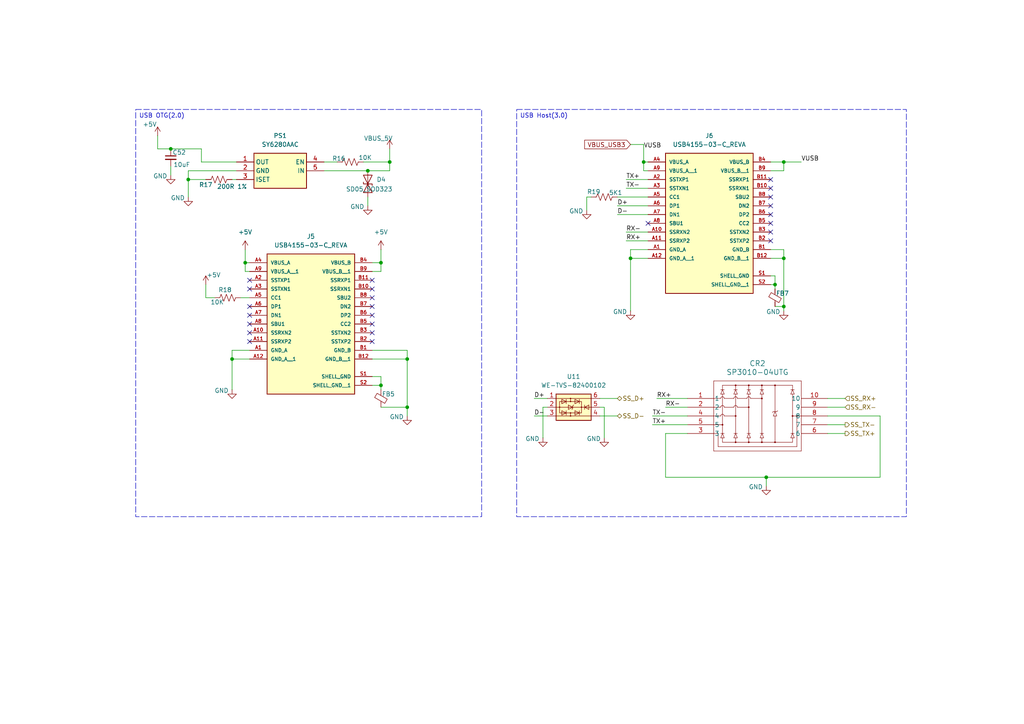
<source format=kicad_sch>
(kicad_sch
	(version 20250114)
	(generator "eeschema")
	(generator_version "9.0")
	(uuid "f1fb018f-d986-48cb-b705-56238ef30b9a")
	(paper "A4")
	(lib_symbols
		(symbol "Device:C_Small"
			(pin_numbers
				(hide yes)
			)
			(pin_names
				(offset 0.254)
				(hide yes)
			)
			(exclude_from_sim no)
			(in_bom yes)
			(on_board yes)
			(property "Reference" "C"
				(at 0.254 1.778 0)
				(effects
					(font
						(size 1.27 1.27)
					)
					(justify left)
				)
			)
			(property "Value" "C_Small"
				(at 0.254 -2.032 0)
				(effects
					(font
						(size 1.27 1.27)
					)
					(justify left)
				)
			)
			(property "Footprint" ""
				(at 0 0 0)
				(effects
					(font
						(size 1.27 1.27)
					)
					(hide yes)
				)
			)
			(property "Datasheet" "~"
				(at 0 0 0)
				(effects
					(font
						(size 1.27 1.27)
					)
					(hide yes)
				)
			)
			(property "Description" "Unpolarized capacitor, small symbol"
				(at 0 0 0)
				(effects
					(font
						(size 1.27 1.27)
					)
					(hide yes)
				)
			)
			(property "ki_keywords" "capacitor cap"
				(at 0 0 0)
				(effects
					(font
						(size 1.27 1.27)
					)
					(hide yes)
				)
			)
			(property "ki_fp_filters" "C_*"
				(at 0 0 0)
				(effects
					(font
						(size 1.27 1.27)
					)
					(hide yes)
				)
			)
			(symbol "C_Small_0_1"
				(polyline
					(pts
						(xy -1.524 0.508) (xy 1.524 0.508)
					)
					(stroke
						(width 0.3048)
						(type default)
					)
					(fill
						(type none)
					)
				)
				(polyline
					(pts
						(xy -1.524 -0.508) (xy 1.524 -0.508)
					)
					(stroke
						(width 0.3302)
						(type default)
					)
					(fill
						(type none)
					)
				)
			)
			(symbol "C_Small_1_1"
				(pin passive line
					(at 0 2.54 270)
					(length 2.032)
					(name "~"
						(effects
							(font
								(size 1.27 1.27)
							)
						)
					)
					(number "1"
						(effects
							(font
								(size 1.27 1.27)
							)
						)
					)
				)
				(pin passive line
					(at 0 -2.54 90)
					(length 2.032)
					(name "~"
						(effects
							(font
								(size 1.27 1.27)
							)
						)
					)
					(number "2"
						(effects
							(font
								(size 1.27 1.27)
							)
						)
					)
				)
			)
			(embedded_fonts no)
		)
		(symbol "Device:FerriteBead_Small"
			(pin_numbers
				(hide yes)
			)
			(pin_names
				(offset 0)
			)
			(exclude_from_sim no)
			(in_bom yes)
			(on_board yes)
			(property "Reference" "FB"
				(at 1.905 1.27 0)
				(effects
					(font
						(size 1.27 1.27)
					)
					(justify left)
				)
			)
			(property "Value" "FerriteBead_Small"
				(at 1.905 -1.27 0)
				(effects
					(font
						(size 1.27 1.27)
					)
					(justify left)
				)
			)
			(property "Footprint" ""
				(at -1.778 0 90)
				(effects
					(font
						(size 1.27 1.27)
					)
					(hide yes)
				)
			)
			(property "Datasheet" "~"
				(at 0 0 0)
				(effects
					(font
						(size 1.27 1.27)
					)
					(hide yes)
				)
			)
			(property "Description" "Ferrite bead, small symbol"
				(at 0 0 0)
				(effects
					(font
						(size 1.27 1.27)
					)
					(hide yes)
				)
			)
			(property "ki_keywords" "L ferrite bead inductor filter"
				(at 0 0 0)
				(effects
					(font
						(size 1.27 1.27)
					)
					(hide yes)
				)
			)
			(property "ki_fp_filters" "Inductor_* L_* *Ferrite*"
				(at 0 0 0)
				(effects
					(font
						(size 1.27 1.27)
					)
					(hide yes)
				)
			)
			(symbol "FerriteBead_Small_0_1"
				(polyline
					(pts
						(xy -1.8288 0.2794) (xy -1.1176 1.4986) (xy 1.8288 -0.2032) (xy 1.1176 -1.4224) (xy -1.8288 0.2794)
					)
					(stroke
						(width 0)
						(type default)
					)
					(fill
						(type none)
					)
				)
				(polyline
					(pts
						(xy 0 0.889) (xy 0 1.2954)
					)
					(stroke
						(width 0)
						(type default)
					)
					(fill
						(type none)
					)
				)
				(polyline
					(pts
						(xy 0 -1.27) (xy 0 -0.7874)
					)
					(stroke
						(width 0)
						(type default)
					)
					(fill
						(type none)
					)
				)
			)
			(symbol "FerriteBead_Small_1_1"
				(pin passive line
					(at 0 2.54 270)
					(length 1.27)
					(name "~"
						(effects
							(font
								(size 1.27 1.27)
							)
						)
					)
					(number "1"
						(effects
							(font
								(size 1.27 1.27)
							)
						)
					)
				)
				(pin passive line
					(at 0 -2.54 90)
					(length 1.27)
					(name "~"
						(effects
							(font
								(size 1.27 1.27)
							)
						)
					)
					(number "2"
						(effects
							(font
								(size 1.27 1.27)
							)
						)
					)
				)
			)
			(embedded_fonts no)
		)
		(symbol "Device:R_US"
			(pin_numbers
				(hide yes)
			)
			(pin_names
				(offset 0)
			)
			(exclude_from_sim no)
			(in_bom yes)
			(on_board yes)
			(property "Reference" "R"
				(at 2.54 0 90)
				(effects
					(font
						(size 1.27 1.27)
					)
				)
			)
			(property "Value" "R_US"
				(at -2.54 0 90)
				(effects
					(font
						(size 1.27 1.27)
					)
				)
			)
			(property "Footprint" ""
				(at 1.016 -0.254 90)
				(effects
					(font
						(size 1.27 1.27)
					)
					(hide yes)
				)
			)
			(property "Datasheet" "~"
				(at 0 0 0)
				(effects
					(font
						(size 1.27 1.27)
					)
					(hide yes)
				)
			)
			(property "Description" "Resistor, US symbol"
				(at 0 0 0)
				(effects
					(font
						(size 1.27 1.27)
					)
					(hide yes)
				)
			)
			(property "ki_keywords" "R res resistor"
				(at 0 0 0)
				(effects
					(font
						(size 1.27 1.27)
					)
					(hide yes)
				)
			)
			(property "ki_fp_filters" "R_*"
				(at 0 0 0)
				(effects
					(font
						(size 1.27 1.27)
					)
					(hide yes)
				)
			)
			(symbol "R_US_0_1"
				(polyline
					(pts
						(xy 0 2.286) (xy 0 2.54)
					)
					(stroke
						(width 0)
						(type default)
					)
					(fill
						(type none)
					)
				)
				(polyline
					(pts
						(xy 0 2.286) (xy 1.016 1.905) (xy 0 1.524) (xy -1.016 1.143) (xy 0 0.762)
					)
					(stroke
						(width 0)
						(type default)
					)
					(fill
						(type none)
					)
				)
				(polyline
					(pts
						(xy 0 0.762) (xy 1.016 0.381) (xy 0 0) (xy -1.016 -0.381) (xy 0 -0.762)
					)
					(stroke
						(width 0)
						(type default)
					)
					(fill
						(type none)
					)
				)
				(polyline
					(pts
						(xy 0 -0.762) (xy 1.016 -1.143) (xy 0 -1.524) (xy -1.016 -1.905) (xy 0 -2.286)
					)
					(stroke
						(width 0)
						(type default)
					)
					(fill
						(type none)
					)
				)
				(polyline
					(pts
						(xy 0 -2.286) (xy 0 -2.54)
					)
					(stroke
						(width 0)
						(type default)
					)
					(fill
						(type none)
					)
				)
			)
			(symbol "R_US_1_1"
				(pin passive line
					(at 0 3.81 270)
					(length 1.27)
					(name "~"
						(effects
							(font
								(size 1.27 1.27)
							)
						)
					)
					(number "1"
						(effects
							(font
								(size 1.27 1.27)
							)
						)
					)
				)
				(pin passive line
					(at 0 -3.81 90)
					(length 1.27)
					(name "~"
						(effects
							(font
								(size 1.27 1.27)
							)
						)
					)
					(number "2"
						(effects
							(font
								(size 1.27 1.27)
							)
						)
					)
				)
			)
			(embedded_fonts no)
		)
		(symbol "Diode:SD05_SOD323"
			(pin_numbers
				(hide yes)
			)
			(pin_names
				(offset 1.016)
				(hide yes)
			)
			(exclude_from_sim no)
			(in_bom yes)
			(on_board yes)
			(property "Reference" "D"
				(at 0 2.54 0)
				(effects
					(font
						(size 1.27 1.27)
					)
				)
			)
			(property "Value" "SD05_SOD323"
				(at 0 -2.54 0)
				(effects
					(font
						(size 1.27 1.27)
					)
				)
			)
			(property "Footprint" "Diode_SMD:D_SOD-323"
				(at 0 -5.08 0)
				(effects
					(font
						(size 1.27 1.27)
					)
					(hide yes)
				)
			)
			(property "Datasheet" "https://www.littelfuse.com/~/media/electronics/datasheets/tvs_diode_arrays/littelfuse_tvs_diode_array_sd_c_datasheet.pdf.pdf"
				(at 0 0 0)
				(effects
					(font
						(size 1.27 1.27)
					)
					(hide yes)
				)
			)
			(property "Description" "5V, 450W Discrete Bidirectional TVS Diode, SOD-323"
				(at 0 0 0)
				(effects
					(font
						(size 1.27 1.27)
					)
					(hide yes)
				)
			)
			(property "ki_keywords" "transient voltage suppressor thyrector transil"
				(at 0 0 0)
				(effects
					(font
						(size 1.27 1.27)
					)
					(hide yes)
				)
			)
			(property "ki_fp_filters" "D?SOD?323*"
				(at 0 0 0)
				(effects
					(font
						(size 1.27 1.27)
					)
					(hide yes)
				)
			)
			(symbol "SD05_SOD323_0_1"
				(polyline
					(pts
						(xy -2.54 -1.27) (xy 0 0) (xy -2.54 1.27) (xy -2.54 -1.27)
					)
					(stroke
						(width 0.2032)
						(type default)
					)
					(fill
						(type none)
					)
				)
				(polyline
					(pts
						(xy 0.508 1.27) (xy 0 1.27) (xy 0 -1.27) (xy -0.508 -1.27)
					)
					(stroke
						(width 0.2032)
						(type default)
					)
					(fill
						(type none)
					)
				)
				(polyline
					(pts
						(xy 1.27 0) (xy -1.27 0)
					)
					(stroke
						(width 0)
						(type default)
					)
					(fill
						(type none)
					)
				)
				(polyline
					(pts
						(xy 2.54 1.27) (xy 2.54 -1.27) (xy 0 0) (xy 2.54 1.27)
					)
					(stroke
						(width 0.2032)
						(type default)
					)
					(fill
						(type none)
					)
				)
			)
			(symbol "SD05_SOD323_1_1"
				(pin passive line
					(at -3.81 0 0)
					(length 2.54)
					(name "A1"
						(effects
							(font
								(size 1.27 1.27)
							)
						)
					)
					(number "1"
						(effects
							(font
								(size 1.27 1.27)
							)
						)
					)
				)
				(pin passive line
					(at 3.81 0 180)
					(length 2.54)
					(name "A2"
						(effects
							(font
								(size 1.27 1.27)
							)
						)
					)
					(number "2"
						(effects
							(font
								(size 1.27 1.27)
							)
						)
					)
				)
			)
			(embedded_fonts no)
		)
		(symbol "Power_Protection:WE-TVS-82400102"
			(exclude_from_sim no)
			(in_bom yes)
			(on_board yes)
			(property "Reference" "U"
				(at 0 7.62 0)
				(effects
					(font
						(size 1.27 1.27)
					)
				)
			)
			(property "Value" "WE-TVS-82400102"
				(at 0 5.08 0)
				(effects
					(font
						(size 1.27 1.27)
					)
				)
			)
			(property "Footprint" "Package_TO_SOT_SMD:SOT-23-6"
				(at 0 -5.08 0)
				(effects
					(font
						(size 1.27 1.27)
					)
					(hide yes)
				)
			)
			(property "Datasheet" "https://www.we-online.com/components/products/datasheet/82400102.pdf"
				(at 0 -6.35 0)
				(effects
					(font
						(size 1.27 1.27)
					)
					(hide yes)
				)
			)
			(property "Description" "Low Capacitance TVS Diode Array, 2 Channels, SOT-23-6"
				(at 0 0 0)
				(effects
					(font
						(size 1.27 1.27)
					)
					(hide yes)
				)
			)
			(property "ki_keywords" "ESD Protection TVS High-speed USB"
				(at 0 0 0)
				(effects
					(font
						(size 1.27 1.27)
					)
					(hide yes)
				)
			)
			(property "ki_fp_filters" "SOT?23*"
				(at 0 0 0)
				(effects
					(font
						(size 1.27 1.27)
					)
					(hide yes)
				)
			)
			(symbol "WE-TVS-82400102_0_1"
				(polyline
					(pts
						(xy -5.08 2.54) (xy 5.08 2.54)
					)
					(stroke
						(width 0)
						(type default)
					)
					(fill
						(type none)
					)
				)
				(polyline
					(pts
						(xy -5.08 -2.54) (xy 5.08 -2.54)
					)
					(stroke
						(width 0)
						(type default)
					)
					(fill
						(type none)
					)
				)
				(rectangle
					(start -4.064 1.651)
					(end 2.286 -1.651)
					(stroke
						(width 0)
						(type default)
					)
					(fill
						(type none)
					)
				)
				(circle
					(center -4.064 0)
					(radius 0.127)
					(stroke
						(width 0)
						(type default)
					)
					(fill
						(type none)
					)
				)
				(polyline
					(pts
						(xy -4.064 0) (xy -5.08 0)
					)
					(stroke
						(width 0)
						(type default)
					)
					(fill
						(type none)
					)
				)
				(polyline
					(pts
						(xy -4.064 0) (xy 2.286 0)
					)
					(stroke
						(width 0)
						(type default)
					)
					(fill
						(type outline)
					)
				)
				(polyline
					(pts
						(xy -3.429 1.016) (xy -3.429 2.286) (xy -2.159 1.651) (xy -3.429 1.016)
					)
					(stroke
						(width 0)
						(type default)
					)
					(fill
						(type none)
					)
				)
				(polyline
					(pts
						(xy -3.429 -1.016) (xy -3.429 -2.286) (xy -2.159 -1.651) (xy -3.429 -1.016)
					)
					(stroke
						(width 0)
						(type default)
					)
					(fill
						(type none)
					)
				)
				(polyline
					(pts
						(xy -2.159 2.286) (xy -2.159 1.016)
					)
					(stroke
						(width 0)
						(type default)
					)
					(fill
						(type none)
					)
				)
				(polyline
					(pts
						(xy -2.159 -1.016) (xy -2.159 -2.286)
					)
					(stroke
						(width 0)
						(type default)
					)
					(fill
						(type none)
					)
				)
				(circle
					(center -0.889 2.54)
					(radius 0.127)
					(stroke
						(width 0)
						(type default)
					)
					(fill
						(type none)
					)
				)
				(circle
					(center -0.889 1.651)
					(radius 0.127)
					(stroke
						(width 0)
						(type default)
					)
					(fill
						(type none)
					)
				)
				(polyline
					(pts
						(xy -0.889 1.651) (xy -0.889 2.54)
					)
					(stroke
						(width 0)
						(type default)
					)
					(fill
						(type none)
					)
				)
				(circle
					(center -0.889 -1.651)
					(radius 0.127)
					(stroke
						(width 0)
						(type default)
					)
					(fill
						(type none)
					)
				)
				(polyline
					(pts
						(xy -0.889 -1.651) (xy -0.889 -2.413)
					)
					(stroke
						(width 0)
						(type default)
					)
					(fill
						(type none)
					)
				)
				(circle
					(center -0.889 -2.54)
					(radius 0.127)
					(stroke
						(width 0)
						(type default)
					)
					(fill
						(type none)
					)
				)
				(polyline
					(pts
						(xy -0.508 -0.635) (xy -0.508 -0.635)
					)
					(stroke
						(width 0)
						(type default)
					)
					(fill
						(type none)
					)
				)
				(polyline
					(pts
						(xy 0 0.635) (xy -0.254 0.381) (xy -0.254 -0.381) (xy -0.508 -0.635)
					)
					(stroke
						(width 0)
						(type default)
					)
					(fill
						(type none)
					)
				)
				(polyline
					(pts
						(xy 0.381 1.016) (xy 0.381 2.286) (xy 1.651 1.651) (xy 0.381 1.016)
					)
					(stroke
						(width 0)
						(type default)
					)
					(fill
						(type none)
					)
				)
				(polyline
					(pts
						(xy 0.381 -1.016) (xy 0.381 -2.286) (xy 1.651 -1.651) (xy 0.381 -1.016)
					)
					(stroke
						(width 0)
						(type default)
					)
					(fill
						(type none)
					)
				)
				(polyline
					(pts
						(xy 1.651 2.286) (xy 1.651 1.016)
					)
					(stroke
						(width 0)
						(type default)
					)
					(fill
						(type none)
					)
				)
				(polyline
					(pts
						(xy 1.651 -1.016) (xy 1.651 -2.286)
					)
					(stroke
						(width 0)
						(type default)
					)
					(fill
						(type none)
					)
				)
				(polyline
					(pts
						(xy 2.286 0) (xy 5.08 0)
					)
					(stroke
						(width 0)
						(type default)
					)
					(fill
						(type none)
					)
				)
				(circle
					(center 2.286 0)
					(radius 0.127)
					(stroke
						(width 0)
						(type default)
					)
					(fill
						(type none)
					)
				)
			)
			(symbol "WE-TVS-82400102_1_1"
				(rectangle
					(start -5.08 3.81)
					(end 5.08 -3.81)
					(stroke
						(width 0.254)
						(type default)
					)
					(fill
						(type background)
					)
				)
				(polyline
					(pts
						(xy -1.524 0.635) (xy -1.524 -0.635) (xy -0.254 0) (xy -1.524 0.635)
					)
					(stroke
						(width 0)
						(type default)
					)
					(fill
						(type none)
					)
				)
				(polyline
					(pts
						(xy 3.175 0.635) (xy 3.175 -0.635)
					)
					(stroke
						(width 0)
						(type default)
					)
					(fill
						(type none)
					)
				)
				(polyline
					(pts
						(xy 4.445 0.635) (xy 4.445 -0.635) (xy 3.175 0) (xy 4.445 0.635)
					)
					(stroke
						(width 0)
						(type default)
					)
					(fill
						(type none)
					)
				)
				(pin passive line
					(at -7.62 2.54 0)
					(length 2.54)
					(name "~"
						(effects
							(font
								(size 1.27 1.27)
							)
						)
					)
					(number "1"
						(effects
							(font
								(size 1.27 1.27)
							)
						)
					)
				)
				(pin passive line
					(at -7.62 0 0)
					(length 2.54)
					(name "~"
						(effects
							(font
								(size 1.27 1.27)
							)
						)
					)
					(number "2"
						(effects
							(font
								(size 1.27 1.27)
							)
						)
					)
				)
				(pin passive line
					(at -7.62 -2.54 0)
					(length 2.54)
					(name "~"
						(effects
							(font
								(size 1.27 1.27)
							)
						)
					)
					(number "3"
						(effects
							(font
								(size 1.27 1.27)
							)
						)
					)
				)
				(pin passive line
					(at 7.62 2.54 180)
					(length 2.54)
					(name "~"
						(effects
							(font
								(size 1.27 1.27)
							)
						)
					)
					(number "6"
						(effects
							(font
								(size 1.27 1.27)
							)
						)
					)
				)
				(pin passive line
					(at 7.62 0 180)
					(length 2.54)
					(name "~"
						(effects
							(font
								(size 1.27 1.27)
							)
						)
					)
					(number "5"
						(effects
							(font
								(size 1.27 1.27)
							)
						)
					)
				)
				(pin passive line
					(at 7.62 -2.54 180)
					(length 2.54)
					(name "~"
						(effects
							(font
								(size 1.27 1.27)
							)
						)
					)
					(number "4"
						(effects
							(font
								(size 1.27 1.27)
							)
						)
					)
				)
			)
			(embedded_fonts no)
		)
		(symbol "SY6280AAC:SY6280AAC"
			(exclude_from_sim no)
			(in_bom yes)
			(on_board yes)
			(property "Reference" "PS"
				(at 21.59 7.62 0)
				(effects
					(font
						(size 1.27 1.27)
					)
					(justify left top)
				)
			)
			(property "Value" "SY6280AAC"
				(at 21.59 5.08 0)
				(effects
					(font
						(size 1.27 1.27)
					)
					(justify left top)
				)
			)
			(property "Footprint" "SOT95P285X140-5N"
				(at 21.59 -94.92 0)
				(effects
					(font
						(size 1.27 1.27)
					)
					(justify left top)
					(hide yes)
				)
			)
			(property "Datasheet" "https://datasheet.lcsc.com/szlcsc/Silergy-Corp-SY6280AAC_C55136.pdf"
				(at 21.59 -194.92 0)
				(effects
					(font
						(size 1.27 1.27)
					)
					(justify left top)
					(hide yes)
				)
			)
			(property "Description" "PMIC - Power Distribution Switches SOT-23-5 RoHS"
				(at 0 0 0)
				(effects
					(font
						(size 1.27 1.27)
					)
					(hide yes)
				)
			)
			(property "Height" "1.4"
				(at 21.59 -394.92 0)
				(effects
					(font
						(size 1.27 1.27)
					)
					(justify left top)
					(hide yes)
				)
			)
			(property "Manufacturer_Name" "Silergy"
				(at 21.59 -494.92 0)
				(effects
					(font
						(size 1.27 1.27)
					)
					(justify left top)
					(hide yes)
				)
			)
			(property "Manufacturer_Part_Number" "SY6280AAC"
				(at 21.59 -594.92 0)
				(effects
					(font
						(size 1.27 1.27)
					)
					(justify left top)
					(hide yes)
				)
			)
			(property "Mouser Part Number" ""
				(at 21.59 -694.92 0)
				(effects
					(font
						(size 1.27 1.27)
					)
					(justify left top)
					(hide yes)
				)
			)
			(property "Mouser Price/Stock" ""
				(at 21.59 -794.92 0)
				(effects
					(font
						(size 1.27 1.27)
					)
					(justify left top)
					(hide yes)
				)
			)
			(property "Arrow Part Number" ""
				(at 21.59 -894.92 0)
				(effects
					(font
						(size 1.27 1.27)
					)
					(justify left top)
					(hide yes)
				)
			)
			(property "Arrow Price/Stock" ""
				(at 21.59 -994.92 0)
				(effects
					(font
						(size 1.27 1.27)
					)
					(justify left top)
					(hide yes)
				)
			)
			(symbol "SY6280AAC_1_1"
				(rectangle
					(start 5.08 2.54)
					(end 20.32 -7.62)
					(stroke
						(width 0.254)
						(type default)
					)
					(fill
						(type background)
					)
				)
				(pin output line
					(at 0 0 0)
					(length 5.08)
					(name "OUT"
						(effects
							(font
								(size 1.27 1.27)
							)
						)
					)
					(number "1"
						(effects
							(font
								(size 1.27 1.27)
							)
						)
					)
				)
				(pin power_in line
					(at 0 -2.54 0)
					(length 5.08)
					(name "GND"
						(effects
							(font
								(size 1.27 1.27)
							)
						)
					)
					(number "2"
						(effects
							(font
								(size 1.27 1.27)
							)
						)
					)
				)
				(pin input line
					(at 0 -5.08 0)
					(length 5.08)
					(name "ISET"
						(effects
							(font
								(size 1.27 1.27)
							)
						)
					)
					(number "3"
						(effects
							(font
								(size 1.27 1.27)
							)
						)
					)
				)
				(pin input line
					(at 25.4 0 180)
					(length 5.08)
					(name "EN"
						(effects
							(font
								(size 1.27 1.27)
							)
						)
					)
					(number "4"
						(effects
							(font
								(size 1.27 1.27)
							)
						)
					)
				)
				(pin input line
					(at 25.4 -2.54 180)
					(length 5.08)
					(name "IN"
						(effects
							(font
								(size 1.27 1.27)
							)
						)
					)
					(number "5"
						(effects
							(font
								(size 1.27 1.27)
							)
						)
					)
				)
			)
			(embedded_fonts no)
		)
		(symbol "TVS Diode Array:SP3010-04UTG"
			(pin_names
				(offset 0.254)
			)
			(exclude_from_sim no)
			(in_bom yes)
			(on_board yes)
			(property "Reference" "CR"
				(at 20.32 10.16 0)
				(effects
					(font
						(size 1.524 1.524)
					)
				)
			)
			(property "Value" "SP3010-04UTG"
				(at 20.32 7.62 0)
				(effects
					(font
						(size 1.524 1.524)
					)
				)
			)
			(property "Footprint" "UDFEN-10_MO229_LTF"
				(at 0 0 0)
				(effects
					(font
						(size 1.27 1.27)
						(italic yes)
					)
					(hide yes)
				)
			)
			(property "Datasheet" "SP3010-04UTG"
				(at 0 0 0)
				(effects
					(font
						(size 1.27 1.27)
						(italic yes)
					)
					(hide yes)
				)
			)
			(property "Description" ""
				(at 0 0 0)
				(effects
					(font
						(size 1.27 1.27)
					)
					(hide yes)
				)
			)
			(property "ki_locked" ""
				(at 0 0 0)
				(effects
					(font
						(size 1.27 1.27)
					)
				)
			)
			(property "ki_keywords" "SP3010-04UTG"
				(at 0 0 0)
				(effects
					(font
						(size 1.27 1.27)
					)
					(hide yes)
				)
			)
			(property "ki_fp_filters" "UDFEN-10_MO229_LTF UDFEN-10_MO229_LTF-M UDFEN-10_MO229_LTF-L"
				(at 0 0 0)
				(effects
					(font
						(size 1.27 1.27)
					)
					(hide yes)
				)
			)
			(symbol "SP3010-04UTG_0_1"
				(polyline
					(pts
						(xy 7.62 5.08) (xy 7.62 -15.24)
					)
					(stroke
						(width 0.127)
						(type default)
					)
					(fill
						(type none)
					)
				)
				(polyline
					(pts
						(xy 7.62 0) (xy 9.652 0)
					)
					(stroke
						(width 0.127)
						(type default)
					)
					(fill
						(type none)
					)
				)
				(polyline
					(pts
						(xy 7.62 -2.54) (xy 9.652 -2.54)
					)
					(stroke
						(width 0.127)
						(type default)
					)
					(fill
						(type none)
					)
				)
				(polyline
					(pts
						(xy 7.62 -5.08) (xy 9.652 -5.08)
					)
					(stroke
						(width 0.127)
						(type default)
					)
					(fill
						(type none)
					)
				)
				(polyline
					(pts
						(xy 7.62 -7.62) (xy 10.16 -7.62)
					)
					(stroke
						(width 0.127)
						(type default)
					)
					(fill
						(type none)
					)
				)
				(polyline
					(pts
						(xy 7.62 -10.16) (xy 8.89 -10.16)
					)
					(stroke
						(width 0.127)
						(type default)
					)
					(fill
						(type none)
					)
				)
				(polyline
					(pts
						(xy 7.62 -15.24) (xy 33.02 -15.24)
					)
					(stroke
						(width 0.127)
						(type default)
					)
					(fill
						(type none)
					)
				)
				(polyline
					(pts
						(xy 8.89 -13.97) (xy 8.89 -10.16)
					)
					(stroke
						(width 0.127)
						(type default)
					)
					(fill
						(type none)
					)
				)
				(polyline
					(pts
						(xy 9.652 2.54) (xy 10.668 2.54)
					)
					(stroke
						(width 0.127)
						(type default)
					)
					(fill
						(type none)
					)
				)
				(polyline
					(pts
						(xy 9.652 1.27) (xy 10.668 1.27)
					)
					(stroke
						(width 0.127)
						(type default)
					)
					(fill
						(type none)
					)
				)
				(polyline
					(pts
						(xy 9.652 -10.16) (xy 10.668 -10.16)
					)
					(stroke
						(width 0.127)
						(type default)
					)
					(fill
						(type none)
					)
				)
				(polyline
					(pts
						(xy 9.652 -11.43) (xy 10.668 -11.43)
					)
					(stroke
						(width 0.127)
						(type default)
					)
					(fill
						(type none)
					)
				)
				(polyline
					(pts
						(xy 10.16 3.81) (xy 10.16 2.54)
					)
					(stroke
						(width 0.127)
						(type default)
					)
					(fill
						(type none)
					)
				)
				(polyline
					(pts
						(xy 10.16 3.81) (xy 30.48 3.81)
					)
					(stroke
						(width 0.127)
						(type default)
					)
					(fill
						(type none)
					)
				)
				(polyline
					(pts
						(xy 10.16 2.54) (xy 9.652 1.27)
					)
					(stroke
						(width 0.127)
						(type default)
					)
					(fill
						(type none)
					)
				)
				(polyline
					(pts
						(xy 10.16 1.27) (xy 10.16 -10.16)
					)
					(stroke
						(width 0.127)
						(type default)
					)
					(fill
						(type none)
					)
				)
				(arc
					(start 9.652 0)
					(mid 10.16 0.5058)
					(end 10.668 0)
					(stroke
						(width 0.127)
						(type default)
					)
					(fill
						(type none)
					)
				)
				(arc
					(start 9.652 -2.54)
					(mid 10.16 -2.0342)
					(end 10.668 -2.54)
					(stroke
						(width 0.127)
						(type default)
					)
					(fill
						(type none)
					)
				)
				(arc
					(start 9.652 -5.08)
					(mid 10.16 -4.5742)
					(end 10.668 -5.08)
					(stroke
						(width 0.127)
						(type default)
					)
					(fill
						(type none)
					)
				)
				(circle
					(center 10.16 -7.62)
					(radius 0.127)
					(stroke
						(width 0.254)
						(type default)
					)
					(fill
						(type none)
					)
				)
				(polyline
					(pts
						(xy 10.16 -10.16) (xy 9.652 -11.43)
					)
					(stroke
						(width 0.127)
						(type default)
					)
					(fill
						(type none)
					)
				)
				(polyline
					(pts
						(xy 10.16 -12.7) (xy 10.16 -11.43)
					)
					(stroke
						(width 0.127)
						(type default)
					)
					(fill
						(type none)
					)
				)
				(polyline
					(pts
						(xy 10.16 -12.7) (xy 30.48 -12.7)
					)
					(stroke
						(width 0.127)
						(type default)
					)
					(fill
						(type none)
					)
				)
				(polyline
					(pts
						(xy 10.668 1.27) (xy 10.16 2.54)
					)
					(stroke
						(width 0.127)
						(type default)
					)
					(fill
						(type none)
					)
				)
				(polyline
					(pts
						(xy 10.668 0) (xy 13.462 0)
					)
					(stroke
						(width 0.127)
						(type default)
					)
					(fill
						(type none)
					)
				)
				(polyline
					(pts
						(xy 10.668 -2.54) (xy 13.462 -2.54)
					)
					(stroke
						(width 0.127)
						(type default)
					)
					(fill
						(type none)
					)
				)
				(polyline
					(pts
						(xy 10.668 -5.08) (xy 13.97 -5.08)
					)
					(stroke
						(width 0.127)
						(type default)
					)
					(fill
						(type none)
					)
				)
				(polyline
					(pts
						(xy 10.668 -11.43) (xy 10.16 -10.16)
					)
					(stroke
						(width 0.127)
						(type default)
					)
					(fill
						(type none)
					)
				)
				(polyline
					(pts
						(xy 13.462 2.54) (xy 14.478 2.54)
					)
					(stroke
						(width 0.127)
						(type default)
					)
					(fill
						(type none)
					)
				)
				(polyline
					(pts
						(xy 13.462 1.27) (xy 14.478 1.27)
					)
					(stroke
						(width 0.127)
						(type default)
					)
					(fill
						(type none)
					)
				)
				(polyline
					(pts
						(xy 13.462 -10.16) (xy 14.478 -10.16)
					)
					(stroke
						(width 0.127)
						(type default)
					)
					(fill
						(type none)
					)
				)
				(polyline
					(pts
						(xy 13.462 -11.43) (xy 14.478 -11.43)
					)
					(stroke
						(width 0.127)
						(type default)
					)
					(fill
						(type none)
					)
				)
				(polyline
					(pts
						(xy 13.97 3.81) (xy 13.97 2.54)
					)
					(stroke
						(width 0.127)
						(type default)
					)
					(fill
						(type none)
					)
				)
				(circle
					(center 13.97 3.81)
					(radius 0.127)
					(stroke
						(width 0.254)
						(type default)
					)
					(fill
						(type none)
					)
				)
				(polyline
					(pts
						(xy 13.97 2.54) (xy 13.462 1.27)
					)
					(stroke
						(width 0.127)
						(type default)
					)
					(fill
						(type none)
					)
				)
				(polyline
					(pts
						(xy 13.97 1.27) (xy 13.97 -10.16)
					)
					(stroke
						(width 0.127)
						(type default)
					)
					(fill
						(type none)
					)
				)
				(arc
					(start 13.462 0)
					(mid 13.97 0.5058)
					(end 14.478 0)
					(stroke
						(width 0.127)
						(type default)
					)
					(fill
						(type none)
					)
				)
				(arc
					(start 13.462 -2.54)
					(mid 13.97 -2.0342)
					(end 14.478 -2.54)
					(stroke
						(width 0.127)
						(type default)
					)
					(fill
						(type none)
					)
				)
				(circle
					(center 13.97 -5.08)
					(radius 0.127)
					(stroke
						(width 0.254)
						(type default)
					)
					(fill
						(type none)
					)
				)
				(polyline
					(pts
						(xy 13.97 -10.16) (xy 13.462 -11.43)
					)
					(stroke
						(width 0.127)
						(type default)
					)
					(fill
						(type none)
					)
				)
				(polyline
					(pts
						(xy 13.97 -12.7) (xy 13.97 -11.43)
					)
					(stroke
						(width 0.127)
						(type default)
					)
					(fill
						(type none)
					)
				)
				(circle
					(center 13.97 -12.7)
					(radius 0.127)
					(stroke
						(width 0.254)
						(type default)
					)
					(fill
						(type none)
					)
				)
				(polyline
					(pts
						(xy 14.478 1.27) (xy 13.97 2.54)
					)
					(stroke
						(width 0.127)
						(type default)
					)
					(fill
						(type none)
					)
				)
				(polyline
					(pts
						(xy 14.478 0) (xy 17.272 0)
					)
					(stroke
						(width 0.127)
						(type default)
					)
					(fill
						(type none)
					)
				)
				(polyline
					(pts
						(xy 14.478 -2.54) (xy 17.78 -2.54)
					)
					(stroke
						(width 0.127)
						(type default)
					)
					(fill
						(type none)
					)
				)
				(polyline
					(pts
						(xy 14.478 -11.43) (xy 13.97 -10.16)
					)
					(stroke
						(width 0.127)
						(type default)
					)
					(fill
						(type none)
					)
				)
				(polyline
					(pts
						(xy 17.272 2.54) (xy 18.288 2.54)
					)
					(stroke
						(width 0.127)
						(type default)
					)
					(fill
						(type none)
					)
				)
				(polyline
					(pts
						(xy 17.272 1.27) (xy 18.288 1.27)
					)
					(stroke
						(width 0.127)
						(type default)
					)
					(fill
						(type none)
					)
				)
				(polyline
					(pts
						(xy 17.272 -10.16) (xy 18.288 -10.16)
					)
					(stroke
						(width 0.127)
						(type default)
					)
					(fill
						(type none)
					)
				)
				(polyline
					(pts
						(xy 17.272 -11.43) (xy 18.288 -11.43)
					)
					(stroke
						(width 0.127)
						(type default)
					)
					(fill
						(type none)
					)
				)
				(polyline
					(pts
						(xy 17.78 3.81) (xy 17.78 2.54)
					)
					(stroke
						(width 0.127)
						(type default)
					)
					(fill
						(type none)
					)
				)
				(circle
					(center 17.78 3.81)
					(radius 0.127)
					(stroke
						(width 0.254)
						(type default)
					)
					(fill
						(type none)
					)
				)
				(polyline
					(pts
						(xy 17.78 2.54) (xy 17.272 1.27)
					)
					(stroke
						(width 0.127)
						(type default)
					)
					(fill
						(type none)
					)
				)
				(polyline
					(pts
						(xy 17.78 1.27) (xy 17.78 -10.16)
					)
					(stroke
						(width 0.127)
						(type default)
					)
					(fill
						(type none)
					)
				)
				(arc
					(start 17.272 0)
					(mid 17.78 0.5058)
					(end 18.288 0)
					(stroke
						(width 0.127)
						(type default)
					)
					(fill
						(type none)
					)
				)
				(circle
					(center 17.78 -2.54)
					(radius 0.127)
					(stroke
						(width 0.254)
						(type default)
					)
					(fill
						(type none)
					)
				)
				(polyline
					(pts
						(xy 17.78 -10.16) (xy 17.272 -11.43)
					)
					(stroke
						(width 0.127)
						(type default)
					)
					(fill
						(type none)
					)
				)
				(polyline
					(pts
						(xy 17.78 -12.7) (xy 17.78 -11.43)
					)
					(stroke
						(width 0.127)
						(type default)
					)
					(fill
						(type none)
					)
				)
				(circle
					(center 17.78 -12.7)
					(radius 0.127)
					(stroke
						(width 0.254)
						(type default)
					)
					(fill
						(type none)
					)
				)
				(polyline
					(pts
						(xy 18.288 1.27) (xy 17.78 2.54)
					)
					(stroke
						(width 0.127)
						(type default)
					)
					(fill
						(type none)
					)
				)
				(polyline
					(pts
						(xy 18.288 0) (xy 21.59 0)
					)
					(stroke
						(width 0.127)
						(type default)
					)
					(fill
						(type none)
					)
				)
				(polyline
					(pts
						(xy 18.288 -11.43) (xy 17.78 -10.16)
					)
					(stroke
						(width 0.127)
						(type default)
					)
					(fill
						(type none)
					)
				)
				(polyline
					(pts
						(xy 21.082 2.54) (xy 22.098 2.54)
					)
					(stroke
						(width 0.127)
						(type default)
					)
					(fill
						(type none)
					)
				)
				(polyline
					(pts
						(xy 21.082 1.27) (xy 22.098 1.27)
					)
					(stroke
						(width 0.127)
						(type default)
					)
					(fill
						(type none)
					)
				)
				(polyline
					(pts
						(xy 21.082 -10.16) (xy 22.098 -10.16)
					)
					(stroke
						(width 0.127)
						(type default)
					)
					(fill
						(type none)
					)
				)
				(polyline
					(pts
						(xy 21.082 -11.43) (xy 22.098 -11.43)
					)
					(stroke
						(width 0.127)
						(type default)
					)
					(fill
						(type none)
					)
				)
				(polyline
					(pts
						(xy 21.59 3.81) (xy 21.59 2.54)
					)
					(stroke
						(width 0.127)
						(type default)
					)
					(fill
						(type none)
					)
				)
				(circle
					(center 21.59 3.81)
					(radius 0.127)
					(stroke
						(width 0.254)
						(type default)
					)
					(fill
						(type none)
					)
				)
				(polyline
					(pts
						(xy 21.59 2.54) (xy 21.082 1.27)
					)
					(stroke
						(width 0.127)
						(type default)
					)
					(fill
						(type none)
					)
				)
				(polyline
					(pts
						(xy 21.59 1.27) (xy 21.59 -10.16)
					)
					(stroke
						(width 0.127)
						(type default)
					)
					(fill
						(type none)
					)
				)
				(circle
					(center 21.59 0)
					(radius 0.127)
					(stroke
						(width 0.254)
						(type default)
					)
					(fill
						(type none)
					)
				)
				(polyline
					(pts
						(xy 21.59 -10.16) (xy 21.082 -11.43)
					)
					(stroke
						(width 0.127)
						(type default)
					)
					(fill
						(type none)
					)
				)
				(polyline
					(pts
						(xy 21.59 -12.7) (xy 21.59 -11.43)
					)
					(stroke
						(width 0.127)
						(type default)
					)
					(fill
						(type none)
					)
				)
				(circle
					(center 21.59 -12.7)
					(radius 0.127)
					(stroke
						(width 0.254)
						(type default)
					)
					(fill
						(type none)
					)
				)
				(polyline
					(pts
						(xy 22.098 1.27) (xy 21.59 2.54)
					)
					(stroke
						(width 0.127)
						(type default)
					)
					(fill
						(type none)
					)
				)
				(polyline
					(pts
						(xy 22.098 -11.43) (xy 21.59 -10.16)
					)
					(stroke
						(width 0.127)
						(type default)
					)
					(fill
						(type none)
					)
				)
				(polyline
					(pts
						(xy 24.892 -3.81) (xy 24.638 -4.064)
					)
					(stroke
						(width 0.127)
						(type default)
					)
					(fill
						(type none)
					)
				)
				(polyline
					(pts
						(xy 24.892 -3.81) (xy 25.908 -3.81)
					)
					(stroke
						(width 0.127)
						(type default)
					)
					(fill
						(type none)
					)
				)
				(polyline
					(pts
						(xy 24.892 -5.08) (xy 25.908 -5.08)
					)
					(stroke
						(width 0.127)
						(type default)
					)
					(fill
						(type none)
					)
				)
				(polyline
					(pts
						(xy 25.4 3.81) (xy 25.4 -3.81)
					)
					(stroke
						(width 0.127)
						(type default)
					)
					(fill
						(type none)
					)
				)
				(circle
					(center 25.4 3.81)
					(radius 0.127)
					(stroke
						(width 0.254)
						(type default)
					)
					(fill
						(type none)
					)
				)
				(polyline
					(pts
						(xy 25.4 -3.81) (xy 24.892 -5.08)
					)
					(stroke
						(width 0.127)
						(type default)
					)
					(fill
						(type none)
					)
				)
				(polyline
					(pts
						(xy 25.4 -5.08) (xy 25.4 -12.7)
					)
					(stroke
						(width 0.127)
						(type default)
					)
					(fill
						(type none)
					)
				)
				(circle
					(center 25.4 -12.7)
					(radius 0.127)
					(stroke
						(width 0.254)
						(type default)
					)
					(fill
						(type none)
					)
				)
				(polyline
					(pts
						(xy 25.908 -3.81) (xy 26.162 -3.556)
					)
					(stroke
						(width 0.127)
						(type default)
					)
					(fill
						(type none)
					)
				)
				(polyline
					(pts
						(xy 25.908 -5.08) (xy 25.4 -3.81)
					)
					(stroke
						(width 0.127)
						(type default)
					)
					(fill
						(type none)
					)
				)
				(polyline
					(pts
						(xy 29.972 2.54) (xy 30.988 2.54)
					)
					(stroke
						(width 0.127)
						(type default)
					)
					(fill
						(type none)
					)
				)
				(polyline
					(pts
						(xy 29.972 1.27) (xy 30.988 1.27)
					)
					(stroke
						(width 0.127)
						(type default)
					)
					(fill
						(type none)
					)
				)
				(polyline
					(pts
						(xy 29.972 -10.16) (xy 30.988 -10.16)
					)
					(stroke
						(width 0.127)
						(type default)
					)
					(fill
						(type none)
					)
				)
				(polyline
					(pts
						(xy 29.972 -11.43) (xy 30.988 -11.43)
					)
					(stroke
						(width 0.127)
						(type default)
					)
					(fill
						(type none)
					)
				)
				(polyline
					(pts
						(xy 30.48 3.81) (xy 30.48 2.54)
					)
					(stroke
						(width 0.127)
						(type default)
					)
					(fill
						(type none)
					)
				)
				(polyline
					(pts
						(xy 30.48 2.54) (xy 29.972 1.27)
					)
					(stroke
						(width 0.127)
						(type default)
					)
					(fill
						(type none)
					)
				)
				(polyline
					(pts
						(xy 30.48 1.27) (xy 30.48 -10.16)
					)
					(stroke
						(width 0.127)
						(type default)
					)
					(fill
						(type none)
					)
				)
				(circle
					(center 30.48 -5.08)
					(radius 0.127)
					(stroke
						(width 0.254)
						(type default)
					)
					(fill
						(type none)
					)
				)
				(polyline
					(pts
						(xy 30.48 -10.16) (xy 29.972 -11.43)
					)
					(stroke
						(width 0.127)
						(type default)
					)
					(fill
						(type none)
					)
				)
				(polyline
					(pts
						(xy 30.48 -12.7) (xy 30.48 -11.43)
					)
					(stroke
						(width 0.127)
						(type default)
					)
					(fill
						(type none)
					)
				)
				(polyline
					(pts
						(xy 30.988 1.27) (xy 30.48 2.54)
					)
					(stroke
						(width 0.127)
						(type default)
					)
					(fill
						(type none)
					)
				)
				(polyline
					(pts
						(xy 30.988 -11.43) (xy 30.48 -10.16)
					)
					(stroke
						(width 0.127)
						(type default)
					)
					(fill
						(type none)
					)
				)
				(polyline
					(pts
						(xy 31.75 -5.08) (xy 31.75 -13.97)
					)
					(stroke
						(width 0.127)
						(type default)
					)
					(fill
						(type none)
					)
				)
				(circle
					(center 31.75 -5.08)
					(radius 0.127)
					(stroke
						(width 0.254)
						(type default)
					)
					(fill
						(type none)
					)
				)
				(polyline
					(pts
						(xy 31.75 -13.97) (xy 8.89 -13.97)
					)
					(stroke
						(width 0.127)
						(type default)
					)
					(fill
						(type none)
					)
				)
				(polyline
					(pts
						(xy 33.02 5.08) (xy 7.62 5.08)
					)
					(stroke
						(width 0.127)
						(type default)
					)
					(fill
						(type none)
					)
				)
				(polyline
					(pts
						(xy 33.02 -5.08) (xy 30.48 -5.08)
					)
					(stroke
						(width 0.127)
						(type default)
					)
					(fill
						(type none)
					)
				)
				(polyline
					(pts
						(xy 33.02 -15.24) (xy 33.02 5.08)
					)
					(stroke
						(width 0.127)
						(type default)
					)
					(fill
						(type none)
					)
				)
				(pin unspecified line
					(at 0 0 0)
					(length 7.62)
					(name "1"
						(effects
							(font
								(size 1.27 1.27)
							)
						)
					)
					(number "1"
						(effects
							(font
								(size 1.27 1.27)
							)
						)
					)
				)
				(pin unspecified line
					(at 0 -2.54 0)
					(length 7.62)
					(name "2"
						(effects
							(font
								(size 1.27 1.27)
							)
						)
					)
					(number "2"
						(effects
							(font
								(size 1.27 1.27)
							)
						)
					)
				)
				(pin unspecified line
					(at 0 -5.08 0)
					(length 7.62)
					(name "4"
						(effects
							(font
								(size 1.27 1.27)
							)
						)
					)
					(number "4"
						(effects
							(font
								(size 1.27 1.27)
							)
						)
					)
				)
				(pin unspecified line
					(at 0 -7.62 0)
					(length 7.62)
					(name "5"
						(effects
							(font
								(size 1.27 1.27)
							)
						)
					)
					(number "5"
						(effects
							(font
								(size 1.27 1.27)
							)
						)
					)
				)
				(pin unspecified line
					(at 0 -10.16 0)
					(length 7.62)
					(name "3"
						(effects
							(font
								(size 1.27 1.27)
							)
						)
					)
					(number "3"
						(effects
							(font
								(size 1.27 1.27)
							)
						)
					)
				)
				(pin unspecified line
					(at 40.64 0 180)
					(length 7.62)
					(name "10"
						(effects
							(font
								(size 1.27 1.27)
							)
						)
					)
					(number "10"
						(effects
							(font
								(size 1.27 1.27)
							)
						)
					)
				)
				(pin unspecified line
					(at 40.64 -2.54 180)
					(length 7.62)
					(name "9"
						(effects
							(font
								(size 1.27 1.27)
							)
						)
					)
					(number "9"
						(effects
							(font
								(size 1.27 1.27)
							)
						)
					)
				)
				(pin unspecified line
					(at 40.64 -5.08 180)
					(length 7.62)
					(name "8"
						(effects
							(font
								(size 1.27 1.27)
							)
						)
					)
					(number "8"
						(effects
							(font
								(size 1.27 1.27)
							)
						)
					)
				)
				(pin unspecified line
					(at 40.64 -7.62 180)
					(length 7.62)
					(name "7"
						(effects
							(font
								(size 1.27 1.27)
							)
						)
					)
					(number "7"
						(effects
							(font
								(size 1.27 1.27)
							)
						)
					)
				)
				(pin unspecified line
					(at 40.64 -10.16 180)
					(length 7.62)
					(name "6"
						(effects
							(font
								(size 1.27 1.27)
							)
						)
					)
					(number "6"
						(effects
							(font
								(size 1.27 1.27)
							)
						)
					)
				)
			)
			(embedded_fonts no)
		)
		(symbol "USB Plug(3.0):USB4155-03-C_REVA"
			(pin_names
				(offset 1.016)
			)
			(exclude_from_sim no)
			(in_bom yes)
			(on_board yes)
			(property "Reference" "J"
				(at -12.7 16.002 0)
				(effects
					(font
						(size 1.27 1.27)
					)
					(justify left bottom)
				)
			)
			(property "Value" "USB4155-03-C_REVA"
				(at -12.7 -26.162 0)
				(effects
					(font
						(size 1.27 1.27)
					)
					(justify left top)
				)
			)
			(property "Footprint" "USB4155-03-C_REVA:GCT_USB4155-03-C_REVA"
				(at 0 0 0)
				(effects
					(font
						(size 1.27 1.27)
					)
					(justify bottom)
					(hide yes)
				)
			)
			(property "Datasheet" ""
				(at 0 0 0)
				(effects
					(font
						(size 1.27 1.27)
					)
					(hide yes)
				)
			)
			(property "Description" ""
				(at 0 0 0)
				(effects
					(font
						(size 1.27 1.27)
					)
					(hide yes)
				)
			)
			(property "PARTREV" "A"
				(at 0 0 0)
				(effects
					(font
						(size 1.27 1.27)
					)
					(justify bottom)
					(hide yes)
				)
			)
			(property "MANUFACTURER" "GCT"
				(at 0 0 0)
				(effects
					(font
						(size 1.27 1.27)
					)
					(justify bottom)
					(hide yes)
				)
			)
			(property "MAXIMUM_PACKAGE_HEIGHT" "2.9 mm"
				(at 0 0 0)
				(effects
					(font
						(size 1.27 1.27)
					)
					(justify bottom)
					(hide yes)
				)
			)
			(property "STANDARD" "Manufacturer Recommendations"
				(at 0 0 0)
				(effects
					(font
						(size 1.27 1.27)
					)
					(justify bottom)
					(hide yes)
				)
			)
			(symbol "USB4155-03-C_REVA_0_0"
				(rectangle
					(start -12.7 -25.4)
					(end 12.7 15.24)
					(stroke
						(width 0.254)
						(type default)
					)
					(fill
						(type background)
					)
				)
				(pin power_in line
					(at -17.78 12.7 0)
					(length 5.08)
					(name "VBUS_A"
						(effects
							(font
								(size 1.016 1.016)
							)
						)
					)
					(number "A4"
						(effects
							(font
								(size 1.016 1.016)
							)
						)
					)
				)
				(pin power_in line
					(at -17.78 10.16 0)
					(length 5.08)
					(name "VBUS_A__1"
						(effects
							(font
								(size 1.016 1.016)
							)
						)
					)
					(number "A9"
						(effects
							(font
								(size 1.016 1.016)
							)
						)
					)
				)
				(pin bidirectional line
					(at -17.78 7.62 0)
					(length 5.08)
					(name "SSTXP1"
						(effects
							(font
								(size 1.016 1.016)
							)
						)
					)
					(number "A2"
						(effects
							(font
								(size 1.016 1.016)
							)
						)
					)
				)
				(pin bidirectional line
					(at -17.78 5.08 0)
					(length 5.08)
					(name "SSTXN1"
						(effects
							(font
								(size 1.016 1.016)
							)
						)
					)
					(number "A3"
						(effects
							(font
								(size 1.016 1.016)
							)
						)
					)
				)
				(pin bidirectional line
					(at -17.78 2.54 0)
					(length 5.08)
					(name "CC1"
						(effects
							(font
								(size 1.016 1.016)
							)
						)
					)
					(number "A5"
						(effects
							(font
								(size 1.016 1.016)
							)
						)
					)
				)
				(pin bidirectional line
					(at -17.78 0 0)
					(length 5.08)
					(name "DP1"
						(effects
							(font
								(size 1.016 1.016)
							)
						)
					)
					(number "A6"
						(effects
							(font
								(size 1.016 1.016)
							)
						)
					)
				)
				(pin bidirectional line
					(at -17.78 -2.54 0)
					(length 5.08)
					(name "DN1"
						(effects
							(font
								(size 1.016 1.016)
							)
						)
					)
					(number "A7"
						(effects
							(font
								(size 1.016 1.016)
							)
						)
					)
				)
				(pin bidirectional line
					(at -17.78 -5.08 0)
					(length 5.08)
					(name "SBU1"
						(effects
							(font
								(size 1.016 1.016)
							)
						)
					)
					(number "A8"
						(effects
							(font
								(size 1.016 1.016)
							)
						)
					)
				)
				(pin bidirectional line
					(at -17.78 -7.62 0)
					(length 5.08)
					(name "SSRXN2"
						(effects
							(font
								(size 1.016 1.016)
							)
						)
					)
					(number "A10"
						(effects
							(font
								(size 1.016 1.016)
							)
						)
					)
				)
				(pin bidirectional line
					(at -17.78 -10.16 0)
					(length 5.08)
					(name "SSRXP2"
						(effects
							(font
								(size 1.016 1.016)
							)
						)
					)
					(number "A11"
						(effects
							(font
								(size 1.016 1.016)
							)
						)
					)
				)
				(pin power_in line
					(at -17.78 -12.7 0)
					(length 5.08)
					(name "GND_A"
						(effects
							(font
								(size 1.016 1.016)
							)
						)
					)
					(number "A1"
						(effects
							(font
								(size 1.016 1.016)
							)
						)
					)
				)
				(pin power_in line
					(at -17.78 -15.24 0)
					(length 5.08)
					(name "GND_A__1"
						(effects
							(font
								(size 1.016 1.016)
							)
						)
					)
					(number "A12"
						(effects
							(font
								(size 1.016 1.016)
							)
						)
					)
				)
				(pin power_in line
					(at 17.78 12.7 180)
					(length 5.08)
					(name "VBUS_B"
						(effects
							(font
								(size 1.016 1.016)
							)
						)
					)
					(number "B4"
						(effects
							(font
								(size 1.016 1.016)
							)
						)
					)
				)
				(pin power_in line
					(at 17.78 10.16 180)
					(length 5.08)
					(name "VBUS_B__1"
						(effects
							(font
								(size 1.016 1.016)
							)
						)
					)
					(number "B9"
						(effects
							(font
								(size 1.016 1.016)
							)
						)
					)
				)
				(pin bidirectional line
					(at 17.78 7.62 180)
					(length 5.08)
					(name "SSRXP1"
						(effects
							(font
								(size 1.016 1.016)
							)
						)
					)
					(number "B11"
						(effects
							(font
								(size 1.016 1.016)
							)
						)
					)
				)
				(pin bidirectional line
					(at 17.78 5.08 180)
					(length 5.08)
					(name "SSRXN1"
						(effects
							(font
								(size 1.016 1.016)
							)
						)
					)
					(number "B10"
						(effects
							(font
								(size 1.016 1.016)
							)
						)
					)
				)
				(pin bidirectional line
					(at 17.78 2.54 180)
					(length 5.08)
					(name "SBU2"
						(effects
							(font
								(size 1.016 1.016)
							)
						)
					)
					(number "B8"
						(effects
							(font
								(size 1.016 1.016)
							)
						)
					)
				)
				(pin bidirectional line
					(at 17.78 0 180)
					(length 5.08)
					(name "DN2"
						(effects
							(font
								(size 1.016 1.016)
							)
						)
					)
					(number "B7"
						(effects
							(font
								(size 1.016 1.016)
							)
						)
					)
				)
				(pin bidirectional line
					(at 17.78 -2.54 180)
					(length 5.08)
					(name "DP2"
						(effects
							(font
								(size 1.016 1.016)
							)
						)
					)
					(number "B6"
						(effects
							(font
								(size 1.016 1.016)
							)
						)
					)
				)
				(pin bidirectional line
					(at 17.78 -5.08 180)
					(length 5.08)
					(name "CC2"
						(effects
							(font
								(size 1.016 1.016)
							)
						)
					)
					(number "B5"
						(effects
							(font
								(size 1.016 1.016)
							)
						)
					)
				)
				(pin bidirectional line
					(at 17.78 -7.62 180)
					(length 5.08)
					(name "SSTXN2"
						(effects
							(font
								(size 1.016 1.016)
							)
						)
					)
					(number "B3"
						(effects
							(font
								(size 1.016 1.016)
							)
						)
					)
				)
				(pin bidirectional line
					(at 17.78 -10.16 180)
					(length 5.08)
					(name "SSTXP2"
						(effects
							(font
								(size 1.016 1.016)
							)
						)
					)
					(number "B2"
						(effects
							(font
								(size 1.016 1.016)
							)
						)
					)
				)
				(pin power_in line
					(at 17.78 -12.7 180)
					(length 5.08)
					(name "GND_B"
						(effects
							(font
								(size 1.016 1.016)
							)
						)
					)
					(number "B1"
						(effects
							(font
								(size 1.016 1.016)
							)
						)
					)
				)
				(pin power_in line
					(at 17.78 -15.24 180)
					(length 5.08)
					(name "GND_B__1"
						(effects
							(font
								(size 1.016 1.016)
							)
						)
					)
					(number "B12"
						(effects
							(font
								(size 1.016 1.016)
							)
						)
					)
				)
				(pin power_in line
					(at 17.78 -20.32 180)
					(length 5.08)
					(name "SHELL_GND"
						(effects
							(font
								(size 1.016 1.016)
							)
						)
					)
					(number "S1"
						(effects
							(font
								(size 1.016 1.016)
							)
						)
					)
				)
				(pin power_in line
					(at 17.78 -22.86 180)
					(length 5.08)
					(name "SHELL_GND__1"
						(effects
							(font
								(size 1.016 1.016)
							)
						)
					)
					(number "S2"
						(effects
							(font
								(size 1.016 1.016)
							)
						)
					)
				)
			)
			(embedded_fonts no)
		)
		(symbol "power:+5V"
			(power)
			(pin_numbers
				(hide yes)
			)
			(pin_names
				(offset 0)
				(hide yes)
			)
			(exclude_from_sim no)
			(in_bom yes)
			(on_board yes)
			(property "Reference" "#PWR"
				(at 0 -3.81 0)
				(effects
					(font
						(size 1.27 1.27)
					)
					(hide yes)
				)
			)
			(property "Value" "+5V"
				(at 0 3.556 0)
				(effects
					(font
						(size 1.27 1.27)
					)
				)
			)
			(property "Footprint" ""
				(at 0 0 0)
				(effects
					(font
						(size 1.27 1.27)
					)
					(hide yes)
				)
			)
			(property "Datasheet" ""
				(at 0 0 0)
				(effects
					(font
						(size 1.27 1.27)
					)
					(hide yes)
				)
			)
			(property "Description" "Power symbol creates a global label with name \"+5V\""
				(at 0 0 0)
				(effects
					(font
						(size 1.27 1.27)
					)
					(hide yes)
				)
			)
			(property "ki_keywords" "global power"
				(at 0 0 0)
				(effects
					(font
						(size 1.27 1.27)
					)
					(hide yes)
				)
			)
			(symbol "+5V_0_1"
				(polyline
					(pts
						(xy -0.762 1.27) (xy 0 2.54)
					)
					(stroke
						(width 0)
						(type default)
					)
					(fill
						(type none)
					)
				)
				(polyline
					(pts
						(xy 0 2.54) (xy 0.762 1.27)
					)
					(stroke
						(width 0)
						(type default)
					)
					(fill
						(type none)
					)
				)
				(polyline
					(pts
						(xy 0 0) (xy 0 2.54)
					)
					(stroke
						(width 0)
						(type default)
					)
					(fill
						(type none)
					)
				)
			)
			(symbol "+5V_1_1"
				(pin power_in line
					(at 0 0 90)
					(length 0)
					(name "~"
						(effects
							(font
								(size 1.27 1.27)
							)
						)
					)
					(number "1"
						(effects
							(font
								(size 1.27 1.27)
							)
						)
					)
				)
			)
			(embedded_fonts no)
		)
		(symbol "power:GND"
			(power)
			(pin_numbers
				(hide yes)
			)
			(pin_names
				(offset 0)
				(hide yes)
			)
			(exclude_from_sim no)
			(in_bom yes)
			(on_board yes)
			(property "Reference" "#PWR"
				(at 0 -6.35 0)
				(effects
					(font
						(size 1.27 1.27)
					)
					(hide yes)
				)
			)
			(property "Value" "GND"
				(at 0 -3.81 0)
				(effects
					(font
						(size 1.27 1.27)
					)
				)
			)
			(property "Footprint" ""
				(at 0 0 0)
				(effects
					(font
						(size 1.27 1.27)
					)
					(hide yes)
				)
			)
			(property "Datasheet" ""
				(at 0 0 0)
				(effects
					(font
						(size 1.27 1.27)
					)
					(hide yes)
				)
			)
			(property "Description" "Power symbol creates a global label with name \"GND\" , ground"
				(at 0 0 0)
				(effects
					(font
						(size 1.27 1.27)
					)
					(hide yes)
				)
			)
			(property "ki_keywords" "global power"
				(at 0 0 0)
				(effects
					(font
						(size 1.27 1.27)
					)
					(hide yes)
				)
			)
			(symbol "GND_0_1"
				(polyline
					(pts
						(xy 0 0) (xy 0 -1.27) (xy 1.27 -1.27) (xy 0 -2.54) (xy -1.27 -1.27) (xy 0 -1.27)
					)
					(stroke
						(width 0)
						(type default)
					)
					(fill
						(type none)
					)
				)
			)
			(symbol "GND_1_1"
				(pin power_in line
					(at 0 0 270)
					(length 0)
					(name "~"
						(effects
							(font
								(size 1.27 1.27)
							)
						)
					)
					(number "1"
						(effects
							(font
								(size 1.27 1.27)
							)
						)
					)
				)
			)
			(embedded_fonts no)
		)
		(symbol "power:VBUS"
			(power)
			(pin_numbers
				(hide yes)
			)
			(pin_names
				(offset 0)
				(hide yes)
			)
			(exclude_from_sim no)
			(in_bom yes)
			(on_board yes)
			(property "Reference" "#PWR"
				(at 0 -3.81 0)
				(effects
					(font
						(size 1.27 1.27)
					)
					(hide yes)
				)
			)
			(property "Value" "VBUS"
				(at 0 3.556 0)
				(effects
					(font
						(size 1.27 1.27)
					)
				)
			)
			(property "Footprint" ""
				(at 0 0 0)
				(effects
					(font
						(size 1.27 1.27)
					)
					(hide yes)
				)
			)
			(property "Datasheet" ""
				(at 0 0 0)
				(effects
					(font
						(size 1.27 1.27)
					)
					(hide yes)
				)
			)
			(property "Description" "Power symbol creates a global label with name \"VBUS\""
				(at 0 0 0)
				(effects
					(font
						(size 1.27 1.27)
					)
					(hide yes)
				)
			)
			(property "ki_keywords" "global power"
				(at 0 0 0)
				(effects
					(font
						(size 1.27 1.27)
					)
					(hide yes)
				)
			)
			(symbol "VBUS_0_1"
				(polyline
					(pts
						(xy -0.762 1.27) (xy 0 2.54)
					)
					(stroke
						(width 0)
						(type default)
					)
					(fill
						(type none)
					)
				)
				(polyline
					(pts
						(xy 0 2.54) (xy 0.762 1.27)
					)
					(stroke
						(width 0)
						(type default)
					)
					(fill
						(type none)
					)
				)
				(polyline
					(pts
						(xy 0 0) (xy 0 2.54)
					)
					(stroke
						(width 0)
						(type default)
					)
					(fill
						(type none)
					)
				)
			)
			(symbol "VBUS_1_1"
				(pin power_in line
					(at 0 0 90)
					(length 0)
					(name "~"
						(effects
							(font
								(size 1.27 1.27)
							)
						)
					)
					(number "1"
						(effects
							(font
								(size 1.27 1.27)
							)
						)
					)
				)
			)
			(embedded_fonts no)
		)
	)
	(text_box "USB OTG(2.0)"
		(exclude_from_sim no)
		(at 39.37 31.75 0)
		(size 100.33 118.11)
		(margins 0.9525 0.9525 0.9525 0.9525)
		(stroke
			(width 0)
			(type dash)
		)
		(fill
			(type none)
		)
		(effects
			(font
				(size 1.27 1.27)
			)
			(justify left top)
		)
		(uuid "9fcad571-3207-49ec-8d79-4f095f077856")
	)
	(text_box "USB Host(3.0)\n"
		(exclude_from_sim no)
		(at 149.86 31.75 0)
		(size 113.03 118.11)
		(margins 0.9525 0.9525 0.9525 0.9525)
		(stroke
			(width 0)
			(type dash)
		)
		(fill
			(type none)
		)
		(effects
			(font
				(size 1.27 1.27)
			)
			(justify left top)
		)
		(uuid "d5aa178e-d38a-4524-b8df-ab0f55e7cb2d")
	)
	(junction
		(at 118.11 118.11)
		(diameter 0)
		(color 0 0 0 0)
		(uuid "067953cf-d274-4d4b-9d5c-f195be245fc8")
	)
	(junction
		(at 227.33 46.99)
		(diameter 0)
		(color 0 0 0 0)
		(uuid "38150f6b-1117-484e-a2d8-eabf211bcb5c")
	)
	(junction
		(at 227.33 74.93)
		(diameter 0)
		(color 0 0 0 0)
		(uuid "4051a62b-2488-4e52-abbe-49aa91fb5cdd")
	)
	(junction
		(at 113.03 46.99)
		(diameter 0)
		(color 0 0 0 0)
		(uuid "4ba55d88-c0d9-40dc-9254-120c308c064f")
	)
	(junction
		(at 222.25 138.43)
		(diameter 0)
		(color 0 0 0 0)
		(uuid "50d2b271-3293-46ba-a068-964554f4874f")
	)
	(junction
		(at 110.49 111.76)
		(diameter 0)
		(color 0 0 0 0)
		(uuid "511870a3-1259-4da2-9154-b93262aca64a")
	)
	(junction
		(at 67.31 104.14)
		(diameter 0)
		(color 0 0 0 0)
		(uuid "699ace21-764f-4be1-81b2-899cf22fe7e6")
	)
	(junction
		(at 186.69 46.99)
		(diameter 0)
		(color 0 0 0 0)
		(uuid "6bc3372c-f71e-4efa-b5ff-c7275339c648")
	)
	(junction
		(at 224.79 82.55)
		(diameter 0)
		(color 0 0 0 0)
		(uuid "7632a9df-0c5d-4248-b011-98bb282c853c")
	)
	(junction
		(at 182.88 74.93)
		(diameter 0)
		(color 0 0 0 0)
		(uuid "7dec58a3-5670-489b-80a2-f49808e177c1")
	)
	(junction
		(at 54.61 52.07)
		(diameter 0)
		(color 0 0 0 0)
		(uuid "8476aa8d-44c3-4511-b831-87dd43e632c1")
	)
	(junction
		(at 227.33 88.9)
		(diameter 0)
		(color 0 0 0 0)
		(uuid "b6226a12-1428-4772-9423-36fee22275c8")
	)
	(junction
		(at 110.49 76.2)
		(diameter 0)
		(color 0 0 0 0)
		(uuid "d682a01c-1352-454f-8f11-977a22d1e000")
	)
	(junction
		(at 49.53 43.18)
		(diameter 0)
		(color 0 0 0 0)
		(uuid "d961866f-c3b9-4bef-a0c5-feb6688578d8")
	)
	(junction
		(at 106.68 49.53)
		(diameter 0)
		(color 0 0 0 0)
		(uuid "e6fe4366-71a0-43f9-91f2-7d64d80878c5")
	)
	(junction
		(at 118.11 104.14)
		(diameter 0)
		(color 0 0 0 0)
		(uuid "eb58216d-7405-48de-b37f-7dd3aa8c960b")
	)
	(junction
		(at 71.12 76.2)
		(diameter 0)
		(color 0 0 0 0)
		(uuid "f4fe5027-151a-48a2-ac29-e142c82c0eb2")
	)
	(no_connect
		(at 72.39 91.44)
		(uuid "01a5cea3-7d9e-4c2a-a8a3-b5243cfc1bc2")
	)
	(no_connect
		(at 72.39 93.98)
		(uuid "0327f976-c240-40ff-b2e1-04daadc2c654")
	)
	(no_connect
		(at 223.52 67.31)
		(uuid "16634b4d-0c5b-4433-8077-556300dc49ad")
	)
	(no_connect
		(at 107.95 99.06)
		(uuid "249c5d7a-f39a-4fa8-afb5-2e1f17452a39")
	)
	(no_connect
		(at 223.52 52.07)
		(uuid "282ca7b7-0353-4c0a-8813-fc3916477120")
	)
	(no_connect
		(at 223.52 69.85)
		(uuid "2bafb8fb-cbb9-4b5c-a0af-c7d8721aac29")
	)
	(no_connect
		(at 107.95 81.28)
		(uuid "5eea41d9-e10c-4d4e-8195-f07074fe4673")
	)
	(no_connect
		(at 107.95 86.36)
		(uuid "73391dca-eb4f-4d3d-9983-d8dd83debac7")
	)
	(no_connect
		(at 107.95 96.52)
		(uuid "74209704-c2cc-4652-885b-9257869cb967")
	)
	(no_connect
		(at 187.96 64.77)
		(uuid "826e7ae3-cf22-4837-a368-75ce93dd397d")
	)
	(no_connect
		(at 107.95 83.82)
		(uuid "952e120f-b848-494e-b5e7-fdf299e618e1")
	)
	(no_connect
		(at 223.52 59.69)
		(uuid "97f7a7d3-38aa-4d16-89e4-59fa925863ce")
	)
	(no_connect
		(at 223.52 57.15)
		(uuid "9dcc9ae3-e77a-400b-9b45-5df32ce4659a")
	)
	(no_connect
		(at 72.39 99.06)
		(uuid "a160c8c8-9e75-4bfe-ad19-9ca5208a0504")
	)
	(no_connect
		(at 223.52 54.61)
		(uuid "a36dfd76-de4b-444b-860b-d9401d306717")
	)
	(no_connect
		(at 223.52 62.23)
		(uuid "abf048e4-8331-4e13-abc4-cb3b9284f84f")
	)
	(no_connect
		(at 107.95 93.98)
		(uuid "b887bc01-6088-4526-bf85-047d6f4cf77e")
	)
	(no_connect
		(at 223.52 64.77)
		(uuid "bfa289d4-039d-4811-a27a-70fcf3a7dbac")
	)
	(no_connect
		(at 72.39 83.82)
		(uuid "c1d407c4-52c0-41fd-9704-7671cd1532a3")
	)
	(no_connect
		(at 107.95 88.9)
		(uuid "cb2eb0f6-d23a-40d4-870d-3d732e5e5ab2")
	)
	(no_connect
		(at 107.95 91.44)
		(uuid "ce2944c8-1765-4829-a02a-2e1c31c0d021")
	)
	(no_connect
		(at 72.39 96.52)
		(uuid "e0f14a01-c83a-4907-a7cc-7a4e8ab79233")
	)
	(no_connect
		(at 72.39 88.9)
		(uuid "e4fdf783-8a9d-47f9-be08-a46893d85c54")
	)
	(no_connect
		(at 72.39 81.28)
		(uuid "ea3ac0bb-1053-4e84-9e54-cc16fa27837f")
	)
	(wire
		(pts
			(xy 110.49 78.74) (xy 107.95 78.74)
		)
		(stroke
			(width 0)
			(type default)
		)
		(uuid "02021903-20f7-4821-b337-987fb736c475")
	)
	(wire
		(pts
			(xy 49.53 48.26) (xy 49.53 50.8)
		)
		(stroke
			(width 0)
			(type default)
		)
		(uuid "081e55ab-a8fa-4a3e-aba4-8507fe10ec3d")
	)
	(wire
		(pts
			(xy 58.42 43.18) (xy 58.42 46.99)
		)
		(stroke
			(width 0)
			(type default)
		)
		(uuid "08fd2d1f-477c-4808-a538-ec4d5c83d765")
	)
	(wire
		(pts
			(xy 223.52 80.01) (xy 224.79 80.01)
		)
		(stroke
			(width 0)
			(type default)
		)
		(uuid "09a2f04b-6ebc-4e3e-a32b-faae8c47d856")
	)
	(wire
		(pts
			(xy 222.25 138.43) (xy 222.25 140.97)
		)
		(stroke
			(width 0)
			(type default)
		)
		(uuid "0a1866b4-9cbc-4292-8a23-36879375a441")
	)
	(wire
		(pts
			(xy 154.94 115.57) (xy 158.75 115.57)
		)
		(stroke
			(width 0)
			(type default)
		)
		(uuid "0ef57522-8986-4ebc-ad3f-ffd33e59a5c7")
	)
	(wire
		(pts
			(xy 227.33 88.9) (xy 227.33 90.17)
		)
		(stroke
			(width 0)
			(type default)
		)
		(uuid "0fe5ef22-c3a8-4992-a6c0-885bb236bc34")
	)
	(wire
		(pts
			(xy 173.99 120.65) (xy 179.07 120.65)
		)
		(stroke
			(width 0)
			(type default)
		)
		(uuid "12ba137a-864a-4077-85af-fc60319f0924")
	)
	(wire
		(pts
			(xy 227.33 49.53) (xy 227.33 46.99)
		)
		(stroke
			(width 0)
			(type default)
		)
		(uuid "1868c815-7ab4-4086-8cb4-2999b269919e")
	)
	(wire
		(pts
			(xy 224.79 88.9) (xy 227.33 88.9)
		)
		(stroke
			(width 0)
			(type default)
		)
		(uuid "19a7acd6-ba30-4b43-9635-737edc7c7767")
	)
	(wire
		(pts
			(xy 110.49 109.22) (xy 110.49 111.76)
		)
		(stroke
			(width 0)
			(type default)
		)
		(uuid "1c12733f-e314-49f5-b765-0f6f1ae5936f")
	)
	(wire
		(pts
			(xy 227.33 72.39) (xy 227.33 74.93)
		)
		(stroke
			(width 0)
			(type default)
		)
		(uuid "1c87eb6c-0730-4168-9d44-3b9608a7bac9")
	)
	(wire
		(pts
			(xy 240.03 120.65) (xy 255.27 120.65)
		)
		(stroke
			(width 0)
			(type default)
		)
		(uuid "20b13394-4f3e-4705-842d-48f91575927c")
	)
	(wire
		(pts
			(xy 186.69 41.91) (xy 186.69 46.99)
		)
		(stroke
			(width 0)
			(type default)
		)
		(uuid "252b1a1c-702f-4233-b546-5c132dbfd8c7")
	)
	(wire
		(pts
			(xy 181.61 69.85) (xy 187.96 69.85)
		)
		(stroke
			(width 0)
			(type default)
		)
		(uuid "2949dab5-1270-4fc0-a765-b18829280302")
	)
	(wire
		(pts
			(xy 157.48 118.11) (xy 157.48 127)
		)
		(stroke
			(width 0)
			(type default)
		)
		(uuid "29a0a3bd-6bb8-4193-b575-9e172c7057ae")
	)
	(wire
		(pts
			(xy 240.03 118.11) (xy 245.11 118.11)
		)
		(stroke
			(width 0)
			(type default)
		)
		(uuid "2ba85485-961b-4206-9417-68d1d70aeb2d")
	)
	(wire
		(pts
			(xy 223.52 49.53) (xy 227.33 49.53)
		)
		(stroke
			(width 0)
			(type default)
		)
		(uuid "2cb2d97a-dba7-4634-81c1-828128700f4d")
	)
	(wire
		(pts
			(xy 223.52 46.99) (xy 227.33 46.99)
		)
		(stroke
			(width 0)
			(type default)
		)
		(uuid "2f98e3a3-255a-4a47-a4aa-65322f9c2435")
	)
	(wire
		(pts
			(xy 182.88 74.93) (xy 187.96 74.93)
		)
		(stroke
			(width 0)
			(type default)
		)
		(uuid "34be4270-4a5d-4540-afc1-ffa0421713b7")
	)
	(wire
		(pts
			(xy 54.61 49.53) (xy 54.61 52.07)
		)
		(stroke
			(width 0)
			(type default)
		)
		(uuid "35203fe5-0f19-4607-9990-914ac4926010")
	)
	(wire
		(pts
			(xy 68.58 49.53) (xy 54.61 49.53)
		)
		(stroke
			(width 0)
			(type default)
		)
		(uuid "3892d706-c669-4cbd-9d39-fdb83b67541b")
	)
	(wire
		(pts
			(xy 71.12 72.39) (xy 71.12 76.2)
		)
		(stroke
			(width 0)
			(type default)
		)
		(uuid "3e3ea015-640a-4a50-97c8-25bd519a886b")
	)
	(wire
		(pts
			(xy 189.23 123.19) (xy 199.39 123.19)
		)
		(stroke
			(width 0)
			(type default)
		)
		(uuid "4341bcc3-a3a3-4d07-a68f-ed5a3cf08a1d")
	)
	(wire
		(pts
			(xy 54.61 52.07) (xy 59.69 52.07)
		)
		(stroke
			(width 0)
			(type default)
		)
		(uuid "45044b23-30d8-4b23-9351-f2f25c18a4c2")
	)
	(wire
		(pts
			(xy 105.41 46.99) (xy 113.03 46.99)
		)
		(stroke
			(width 0)
			(type default)
		)
		(uuid "485a08b3-cafe-492a-9e48-5791d5dc88ed")
	)
	(wire
		(pts
			(xy 107.95 76.2) (xy 110.49 76.2)
		)
		(stroke
			(width 0)
			(type default)
		)
		(uuid "508bd04d-916a-4a01-9587-907ac851193b")
	)
	(wire
		(pts
			(xy 181.61 52.07) (xy 187.96 52.07)
		)
		(stroke
			(width 0)
			(type default)
		)
		(uuid "52ecb2be-0565-483b-a9de-c63ca0590361")
	)
	(wire
		(pts
			(xy 181.61 67.31) (xy 187.96 67.31)
		)
		(stroke
			(width 0)
			(type default)
		)
		(uuid "58a8260a-c2ad-42c6-a58b-c4e484686a3a")
	)
	(wire
		(pts
			(xy 59.69 82.55) (xy 59.69 86.36)
		)
		(stroke
			(width 0)
			(type default)
		)
		(uuid "58a82a5a-0e7e-47d5-983f-4cec2d4ea0f3")
	)
	(wire
		(pts
			(xy 186.69 46.99) (xy 187.96 46.99)
		)
		(stroke
			(width 0)
			(type default)
		)
		(uuid "5d581b4f-dffa-4d2e-947a-4a42313e7e15")
	)
	(wire
		(pts
			(xy 175.26 118.11) (xy 175.26 127)
		)
		(stroke
			(width 0)
			(type default)
		)
		(uuid "5dc4b4ea-1f34-449c-8486-d6c80d823dff")
	)
	(wire
		(pts
			(xy 189.23 120.65) (xy 199.39 120.65)
		)
		(stroke
			(width 0)
			(type default)
		)
		(uuid "5e30d9bd-7864-4719-8aa2-14bc6e428ad4")
	)
	(wire
		(pts
			(xy 54.61 52.07) (xy 54.61 57.15)
		)
		(stroke
			(width 0)
			(type default)
		)
		(uuid "602de902-0c97-4381-bf58-577c7c2fd029")
	)
	(wire
		(pts
			(xy 223.52 82.55) (xy 224.79 82.55)
		)
		(stroke
			(width 0)
			(type default)
		)
		(uuid "61c29f5e-cfec-4557-9d76-cadc784ef045")
	)
	(wire
		(pts
			(xy 227.33 74.93) (xy 227.33 88.9)
		)
		(stroke
			(width 0)
			(type default)
		)
		(uuid "668e5431-fa75-4aea-b6b9-70716a1386ca")
	)
	(wire
		(pts
			(xy 107.95 111.76) (xy 110.49 111.76)
		)
		(stroke
			(width 0)
			(type default)
		)
		(uuid "67ccb282-9a63-497f-9351-46093d249a58")
	)
	(wire
		(pts
			(xy 110.49 118.11) (xy 118.11 118.11)
		)
		(stroke
			(width 0)
			(type default)
		)
		(uuid "6832d14f-1775-49e4-a069-7846214cb529")
	)
	(wire
		(pts
			(xy 227.33 46.99) (xy 232.41 46.99)
		)
		(stroke
			(width 0)
			(type default)
		)
		(uuid "6c5460d5-a987-4ae6-bdb4-8c15a56b6d49")
	)
	(wire
		(pts
			(xy 113.03 49.53) (xy 106.68 49.53)
		)
		(stroke
			(width 0)
			(type default)
		)
		(uuid "74d65a29-ccac-45e3-9a38-162dc650287e")
	)
	(wire
		(pts
			(xy 179.07 59.69) (xy 187.96 59.69)
		)
		(stroke
			(width 0)
			(type default)
		)
		(uuid "7626dfa2-9287-4a16-808c-fda66ae38246")
	)
	(wire
		(pts
			(xy 224.79 80.01) (xy 224.79 82.55)
		)
		(stroke
			(width 0)
			(type default)
		)
		(uuid "887aece0-b7e8-4596-86ad-9cdfb6a1bfbf")
	)
	(wire
		(pts
			(xy 187.96 49.53) (xy 186.69 49.53)
		)
		(stroke
			(width 0)
			(type default)
		)
		(uuid "88eef03f-d21d-4089-95c0-6499e166c5ce")
	)
	(wire
		(pts
			(xy 179.07 57.15) (xy 187.96 57.15)
		)
		(stroke
			(width 0)
			(type default)
		)
		(uuid "8c5c9627-8f58-4291-ab12-367c3d01dc8e")
	)
	(wire
		(pts
			(xy 223.52 72.39) (xy 227.33 72.39)
		)
		(stroke
			(width 0)
			(type default)
		)
		(uuid "8dd94d3a-3a3e-41f2-be70-731312e428eb")
	)
	(wire
		(pts
			(xy 67.31 113.03) (xy 67.31 104.14)
		)
		(stroke
			(width 0)
			(type default)
		)
		(uuid "8e44be1a-3cdb-410f-b9f8-fcdacfaeddf8")
	)
	(wire
		(pts
			(xy 154.94 120.65) (xy 158.75 120.65)
		)
		(stroke
			(width 0)
			(type default)
		)
		(uuid "924773cd-7a12-49b2-8055-fe91739d1344")
	)
	(wire
		(pts
			(xy 67.31 104.14) (xy 72.39 104.14)
		)
		(stroke
			(width 0)
			(type default)
		)
		(uuid "9445651c-df12-4e4e-9f2b-6543cf7faff0")
	)
	(wire
		(pts
			(xy 72.39 101.6) (xy 67.31 101.6)
		)
		(stroke
			(width 0)
			(type default)
		)
		(uuid "9780149d-39e5-4139-82a8-0adcec48f184")
	)
	(wire
		(pts
			(xy 240.03 123.19) (xy 245.11 123.19)
		)
		(stroke
			(width 0)
			(type default)
		)
		(uuid "98e37734-ee2d-416a-a450-2e919b5d6de3")
	)
	(wire
		(pts
			(xy 45.72 39.37) (xy 45.72 43.18)
		)
		(stroke
			(width 0)
			(type default)
		)
		(uuid "9c960bbf-4e66-414f-98b8-8e7e4abc7832")
	)
	(wire
		(pts
			(xy 49.53 43.18) (xy 58.42 43.18)
		)
		(stroke
			(width 0)
			(type default)
		)
		(uuid "a4c91008-bbd5-46a9-acb4-47a72324cb52")
	)
	(wire
		(pts
			(xy 67.31 52.07) (xy 68.58 52.07)
		)
		(stroke
			(width 0)
			(type default)
		)
		(uuid "a536b3a3-0239-40f3-b344-46b745726e56")
	)
	(wire
		(pts
			(xy 107.95 104.14) (xy 118.11 104.14)
		)
		(stroke
			(width 0)
			(type default)
		)
		(uuid "a71cd48e-8c18-4020-956e-5f8154e535d7")
	)
	(wire
		(pts
			(xy 173.99 115.57) (xy 179.07 115.57)
		)
		(stroke
			(width 0)
			(type default)
		)
		(uuid "a71f6c0c-3ceb-4c46-a878-876650a37df5")
	)
	(wire
		(pts
			(xy 190.5 115.57) (xy 199.39 115.57)
		)
		(stroke
			(width 0)
			(type default)
		)
		(uuid "a7e1c5e1-fbc4-4345-a622-da1e3907472e")
	)
	(wire
		(pts
			(xy 240.03 125.73) (xy 245.11 125.73)
		)
		(stroke
			(width 0)
			(type default)
		)
		(uuid "aa94ffa8-3bf7-4308-a8c6-c3c873ad003c")
	)
	(wire
		(pts
			(xy 118.11 104.14) (xy 118.11 118.11)
		)
		(stroke
			(width 0)
			(type default)
		)
		(uuid "abe49c04-c75e-41c5-8a76-5121e44cd9d4")
	)
	(wire
		(pts
			(xy 45.72 43.18) (xy 49.53 43.18)
		)
		(stroke
			(width 0)
			(type default)
		)
		(uuid "ae390873-b355-47cc-851e-170fb90d3b9b")
	)
	(wire
		(pts
			(xy 170.18 57.15) (xy 171.45 57.15)
		)
		(stroke
			(width 0)
			(type default)
		)
		(uuid "aeddf98a-fae7-4404-bd59-bdfde8c682d1")
	)
	(wire
		(pts
			(xy 107.95 109.22) (xy 110.49 109.22)
		)
		(stroke
			(width 0)
			(type default)
		)
		(uuid "b043fb13-b5ac-476a-b59b-d622a0cfea8b")
	)
	(wire
		(pts
			(xy 68.58 46.99) (xy 58.42 46.99)
		)
		(stroke
			(width 0)
			(type default)
		)
		(uuid "b316ce61-9ce9-47ca-acee-7d8e9ab47741")
	)
	(wire
		(pts
			(xy 187.96 72.39) (xy 182.88 72.39)
		)
		(stroke
			(width 0)
			(type default)
		)
		(uuid "b42e3d95-68e2-4862-bcbe-7dcb4d244f68")
	)
	(wire
		(pts
			(xy 106.68 57.15) (xy 106.68 59.69)
		)
		(stroke
			(width 0)
			(type default)
		)
		(uuid "b659f8b6-19a3-4938-b5dc-5de88fb8687b")
	)
	(wire
		(pts
			(xy 110.49 76.2) (xy 110.49 78.74)
		)
		(stroke
			(width 0)
			(type default)
		)
		(uuid "b7587d3a-7feb-47e0-b6a7-7185075aff3d")
	)
	(wire
		(pts
			(xy 255.27 120.65) (xy 255.27 138.43)
		)
		(stroke
			(width 0)
			(type default)
		)
		(uuid "bbc05c5c-d472-4abe-839b-e94f69643d70")
	)
	(wire
		(pts
			(xy 118.11 101.6) (xy 107.95 101.6)
		)
		(stroke
			(width 0)
			(type default)
		)
		(uuid "bc943b6e-f6b0-40e8-ab33-ffc0416e8b70")
	)
	(wire
		(pts
			(xy 118.11 120.65) (xy 118.11 118.11)
		)
		(stroke
			(width 0)
			(type default)
		)
		(uuid "be6c0213-83ee-495b-831a-3206194fa4bf")
	)
	(wire
		(pts
			(xy 224.79 82.55) (xy 224.79 83.82)
		)
		(stroke
			(width 0)
			(type default)
		)
		(uuid "bf49a11b-7a22-41c4-b6ca-bc5adc52bda0")
	)
	(wire
		(pts
			(xy 181.61 54.61) (xy 187.96 54.61)
		)
		(stroke
			(width 0)
			(type default)
		)
		(uuid "c8ccc79b-d289-487c-92f4-702bf80efe97")
	)
	(wire
		(pts
			(xy 193.04 125.73) (xy 199.39 125.73)
		)
		(stroke
			(width 0)
			(type default)
		)
		(uuid "c9d0ddb7-9b45-4042-b166-afc65dc4d65a")
	)
	(wire
		(pts
			(xy 69.85 86.36) (xy 72.39 86.36)
		)
		(stroke
			(width 0)
			(type default)
		)
		(uuid "c9f903bf-986b-474d-bf7c-1a3266a1ee35")
	)
	(wire
		(pts
			(xy 240.03 115.57) (xy 245.11 115.57)
		)
		(stroke
			(width 0)
			(type default)
		)
		(uuid "cd335905-61de-4121-939f-ebba75abfe4b")
	)
	(wire
		(pts
			(xy 182.88 41.91) (xy 186.69 41.91)
		)
		(stroke
			(width 0)
			(type default)
		)
		(uuid "d0162fb8-1a09-4c63-b63d-da81415b1f31")
	)
	(wire
		(pts
			(xy 173.99 118.11) (xy 175.26 118.11)
		)
		(stroke
			(width 0)
			(type default)
		)
		(uuid "d0959910-0885-41fd-9a85-c06975e3cf92")
	)
	(wire
		(pts
			(xy 255.27 138.43) (xy 222.25 138.43)
		)
		(stroke
			(width 0)
			(type default)
		)
		(uuid "d26ca41d-2140-4956-afa4-53e3e135e38e")
	)
	(wire
		(pts
			(xy 182.88 72.39) (xy 182.88 74.93)
		)
		(stroke
			(width 0)
			(type default)
		)
		(uuid "d45bad28-14e2-4bf7-92b8-bf9035efe2de")
	)
	(wire
		(pts
			(xy 223.52 74.93) (xy 227.33 74.93)
		)
		(stroke
			(width 0)
			(type default)
		)
		(uuid "d6f2c1f4-3298-433d-94b0-e4464e742c32")
	)
	(wire
		(pts
			(xy 93.98 46.99) (xy 97.79 46.99)
		)
		(stroke
			(width 0)
			(type default)
		)
		(uuid "d72bef60-4217-4ca2-9b3b-4b5b26d17752")
	)
	(wire
		(pts
			(xy 182.88 74.93) (xy 182.88 90.17)
		)
		(stroke
			(width 0)
			(type default)
		)
		(uuid "da796585-e6e7-42c6-8ef1-4645894d36be")
	)
	(wire
		(pts
			(xy 158.75 118.11) (xy 157.48 118.11)
		)
		(stroke
			(width 0)
			(type default)
		)
		(uuid "e650017f-7cef-4d19-b649-8b43747040dd")
	)
	(wire
		(pts
			(xy 193.04 118.11) (xy 199.39 118.11)
		)
		(stroke
			(width 0)
			(type default)
		)
		(uuid "e6be132b-e802-4ad0-9e34-884276232ed8")
	)
	(wire
		(pts
			(xy 222.25 138.43) (xy 193.04 138.43)
		)
		(stroke
			(width 0)
			(type default)
		)
		(uuid "e712f97a-94a3-4d3a-b07e-9366b8faa5b9")
	)
	(wire
		(pts
			(xy 118.11 101.6) (xy 118.11 104.14)
		)
		(stroke
			(width 0)
			(type default)
		)
		(uuid "e717bf3f-61a7-4e65-90cf-207fd337ea44")
	)
	(wire
		(pts
			(xy 71.12 76.2) (xy 71.12 78.74)
		)
		(stroke
			(width 0)
			(type default)
		)
		(uuid "e74a8421-0a77-46ac-8dfa-e6896136a5d5")
	)
	(wire
		(pts
			(xy 72.39 78.74) (xy 71.12 78.74)
		)
		(stroke
			(width 0)
			(type default)
		)
		(uuid "e83e2270-acda-47b2-84ba-c1d58b58c990")
	)
	(wire
		(pts
			(xy 113.03 43.18) (xy 113.03 46.99)
		)
		(stroke
			(width 0)
			(type default)
		)
		(uuid "e9dcb3c9-6228-415c-b41d-9e89b967c4fb")
	)
	(wire
		(pts
			(xy 71.12 76.2) (xy 72.39 76.2)
		)
		(stroke
			(width 0)
			(type default)
		)
		(uuid "ebc9058d-0f74-4b77-9838-3519d926819f")
	)
	(wire
		(pts
			(xy 179.07 62.23) (xy 187.96 62.23)
		)
		(stroke
			(width 0)
			(type default)
		)
		(uuid "efbdfe21-a213-457f-8ab3-4d3675a8b5c4")
	)
	(wire
		(pts
			(xy 170.18 57.15) (xy 170.18 60.96)
		)
		(stroke
			(width 0)
			(type default)
		)
		(uuid "f0d95011-245c-4c27-a33c-c9f5ae3e2063")
	)
	(wire
		(pts
			(xy 106.68 49.53) (xy 93.98 49.53)
		)
		(stroke
			(width 0)
			(type default)
		)
		(uuid "f5acc4d4-8771-4cf5-955b-b58d3c61ae9b")
	)
	(wire
		(pts
			(xy 67.31 101.6) (xy 67.31 104.14)
		)
		(stroke
			(width 0)
			(type default)
		)
		(uuid "f8880bdd-0fb1-4409-a988-908e11a1f037")
	)
	(wire
		(pts
			(xy 186.69 49.53) (xy 186.69 46.99)
		)
		(stroke
			(width 0)
			(type default)
		)
		(uuid "fc76f657-e152-4306-b7d3-001e2de49395")
	)
	(wire
		(pts
			(xy 110.49 72.39) (xy 110.49 76.2)
		)
		(stroke
			(width 0)
			(type default)
		)
		(uuid "fdaa4a71-83fd-49db-ace5-09953e90bd8c")
	)
	(wire
		(pts
			(xy 59.69 86.36) (xy 62.23 86.36)
		)
		(stroke
			(width 0)
			(type default)
		)
		(uuid "fe1cc090-2732-4435-bb1a-02c76a7d2536")
	)
	(wire
		(pts
			(xy 193.04 138.43) (xy 193.04 125.73)
		)
		(stroke
			(width 0)
			(type default)
		)
		(uuid "fe908e22-1b19-4e43-a3b6-ac2e4862f726")
	)
	(wire
		(pts
			(xy 110.49 111.76) (xy 110.49 113.03)
		)
		(stroke
			(width 0)
			(type default)
		)
		(uuid "fec9ca03-ccc2-4365-8d91-0275253f81f0")
	)
	(wire
		(pts
			(xy 113.03 46.99) (xy 113.03 49.53)
		)
		(stroke
			(width 0)
			(type default)
		)
		(uuid "ff4fa8c0-f5eb-40d7-a6eb-b1beba3e2873")
	)
	(label "TX+"
		(at 189.23 123.19 0)
		(effects
			(font
				(size 1.27 1.27)
			)
			(justify left bottom)
		)
		(uuid "11d865fa-c235-456e-a447-9993057871be")
	)
	(label "D+"
		(at 179.07 59.69 0)
		(effects
			(font
				(size 1.27 1.27)
			)
			(justify left bottom)
		)
		(uuid "14278f41-7a65-4736-876e-4374d2b8f41a")
	)
	(label "TX-"
		(at 189.23 120.65 0)
		(effects
			(font
				(size 1.27 1.27)
			)
			(justify left bottom)
		)
		(uuid "2ddf765f-20ba-43fc-9c11-1f039e653546")
	)
	(label "VUSB"
		(at 186.69 43.18 0)
		(effects
			(font
				(size 1.27 1.27)
			)
			(justify left bottom)
		)
		(uuid "3c675f50-d7bf-4a9f-b545-8c2110d7c8a5")
	)
	(label "D+"
		(at 154.94 115.57 0)
		(effects
			(font
				(size 1.27 1.27)
			)
			(justify left bottom)
		)
		(uuid "47c0ee9d-96e2-44cd-9c4d-4ab785cf955c")
	)
	(label "RX+"
		(at 181.61 69.85 0)
		(effects
			(font
				(size 1.27 1.27)
			)
			(justify left bottom)
		)
		(uuid "5487dc88-bed4-4533-a759-ceda6b39d9dd")
	)
	(label "D-"
		(at 179.07 62.23 0)
		(effects
			(font
				(size 1.27 1.27)
			)
			(justify left bottom)
		)
		(uuid "6085d87e-6356-4e4a-a716-93de68df17df")
	)
	(label "RX-"
		(at 181.61 67.31 0)
		(effects
			(font
				(size 1.27 1.27)
			)
			(justify left bottom)
		)
		(uuid "a2cd657c-85e2-411a-808b-c66d27c02059")
	)
	(label "RX-"
		(at 193.04 118.11 0)
		(effects
			(font
				(size 1.27 1.27)
			)
			(justify left bottom)
		)
		(uuid "acc2f8d9-194b-495b-838d-a95899bbc132")
	)
	(label "VUSB"
		(at 232.41 46.99 0)
		(effects
			(font
				(size 1.27 1.27)
			)
			(justify left bottom)
		)
		(uuid "c6c05700-7cbb-4bd9-8a7a-55b39a887c0d")
	)
	(label "TX+"
		(at 181.61 52.07 0)
		(effects
			(font
				(size 1.27 1.27)
			)
			(justify left bottom)
		)
		(uuid "dec8fe63-bf17-4b60-b44d-9206a411060d")
	)
	(label "D-"
		(at 154.94 120.65 0)
		(effects
			(font
				(size 1.27 1.27)
			)
			(justify left bottom)
		)
		(uuid "e78bfd0e-c226-4344-8c9b-82606657854a")
	)
	(label "TX-"
		(at 181.61 54.61 0)
		(effects
			(font
				(size 1.27 1.27)
			)
			(justify left bottom)
		)
		(uuid "f6532492-086a-4f30-9bfe-82c18ed49610")
	)
	(label "RX+"
		(at 190.5 115.57 0)
		(effects
			(font
				(size 1.27 1.27)
			)
			(justify left bottom)
		)
		(uuid "f822c3c3-fd8f-4ccb-a985-6455de25fc2d")
	)
	(global_label "VBUS_USB3"
		(shape input)
		(at 182.88 41.91 180)
		(fields_autoplaced yes)
		(effects
			(font
				(size 1.27 1.27)
			)
			(justify right)
		)
		(uuid "b2f51bb5-2060-4da4-9330-8d0ba8d7c560")
		(property "Intersheetrefs" "${INTERSHEET_REFS}"
			(at 169.0091 41.91 0)
			(effects
				(font
					(size 1.27 1.27)
				)
				(justify right)
				(hide yes)
			)
		)
	)
	(hierarchical_label "SS_TX-"
		(shape output)
		(at 245.11 123.19 0)
		(effects
			(font
				(size 1.27 1.27)
			)
			(justify left)
		)
		(uuid "21c0c204-5418-4448-86f7-60a1420c6142")
	)
	(hierarchical_label "SS_D+"
		(shape bidirectional)
		(at 179.07 115.57 0)
		(effects
			(font
				(size 1.27 1.27)
			)
			(justify left)
		)
		(uuid "2339ad7c-3182-4051-b8bf-a3dd8af71ba2")
	)
	(hierarchical_label "SS_RX+"
		(shape input)
		(at 245.11 115.57 0)
		(effects
			(font
				(size 1.27 1.27)
			)
			(justify left)
		)
		(uuid "4902908a-bcfd-4a75-8360-bc0f8ba280bb")
	)
	(hierarchical_label "SS_TX+"
		(shape output)
		(at 245.11 125.73 0)
		(effects
			(font
				(size 1.27 1.27)
			)
			(justify left)
		)
		(uuid "4ccab865-65bb-43bc-9c9d-54cd489d7bfa")
	)
	(hierarchical_label "SS_RX-"
		(shape input)
		(at 245.11 118.11 0)
		(effects
			(font
				(size 1.27 1.27)
			)
			(justify left)
		)
		(uuid "ab7ae45e-98de-467b-8af2-e139c11dc061")
	)
	(hierarchical_label "SS_D-"
		(shape bidirectional)
		(at 179.07 120.65 0)
		(effects
			(font
				(size 1.27 1.27)
			)
			(justify left)
		)
		(uuid "de548a23-7e35-499a-be08-7641571d605a")
	)
	(symbol
		(lib_id "SY6280AAC:SY6280AAC")
		(at 68.58 46.99 0)
		(unit 1)
		(exclude_from_sim no)
		(in_bom yes)
		(on_board yes)
		(dnp no)
		(fields_autoplaced yes)
		(uuid "099479b6-3d1c-48f2-aa7a-fe8eb6ac8feb")
		(property "Reference" "PS1"
			(at 81.28 39.37 0)
			(effects
				(font
					(size 1.27 1.27)
				)
			)
		)
		(property "Value" "SY6280AAC"
			(at 81.28 41.91 0)
			(effects
				(font
					(size 1.27 1.27)
				)
			)
		)
		(property "Footprint" "SY6820AAC-Power Distribution Switch:SOT95P285X140-5N"
			(at 90.17 141.91 0)
			(effects
				(font
					(size 1.27 1.27)
				)
				(justify left top)
				(hide yes)
			)
		)
		(property "Datasheet" "https://datasheet.lcsc.com/szlcsc/Silergy-Corp-SY6280AAC_C55136.pdf"
			(at 90.17 241.91 0)
			(effects
				(font
					(size 1.27 1.27)
				)
				(justify left top)
				(hide yes)
			)
		)
		(property "Description" "PMIC - Power Distribution Switches SOT-23-5 RoHS"
			(at 68.58 46.99 0)
			(effects
				(font
					(size 1.27 1.27)
				)
				(hide yes)
			)
		)
		(property "Height" "1.4"
			(at 90.17 441.91 0)
			(effects
				(font
					(size 1.27 1.27)
				)
				(justify left top)
				(hide yes)
			)
		)
		(property "Manufacturer_Name" "Silergy"
			(at 90.17 541.91 0)
			(effects
				(font
					(size 1.27 1.27)
				)
				(justify left top)
				(hide yes)
			)
		)
		(property "Manufacturer_Part_Number" "SY6280AAC"
			(at 90.17 641.91 0)
			(effects
				(font
					(size 1.27 1.27)
				)
				(justify left top)
				(hide yes)
			)
		)
		(property "Mouser Part Number" ""
			(at 90.17 741.91 0)
			(effects
				(font
					(size 1.27 1.27)
				)
				(justify left top)
				(hide yes)
			)
		)
		(property "Mouser Price/Stock" ""
			(at 90.17 841.91 0)
			(effects
				(font
					(size 1.27 1.27)
				)
				(justify left top)
				(hide yes)
			)
		)
		(property "Arrow Part Number" ""
			(at 90.17 941.91 0)
			(effects
				(font
					(size 1.27 1.27)
				)
				(justify left top)
				(hide yes)
			)
		)
		(property "Arrow Price/Stock" ""
			(at 90.17 1041.91 0)
			(effects
				(font
					(size 1.27 1.27)
				)
				(justify left top)
				(hide yes)
			)
		)
		(pin "3"
			(uuid "48e7c977-f6f5-459e-a2e9-92e67ee9f8c4")
		)
		(pin "4"
			(uuid "6973c6be-938b-4d15-9f01-2e3f86ba9b03")
		)
		(pin "1"
			(uuid "c6c4d7b5-a889-4b93-a999-137104054f80")
		)
		(pin "5"
			(uuid "3c761317-8599-4863-be40-158ecba010e4")
		)
		(pin "2"
			(uuid "0c5ec8bd-53e0-4911-8db9-b566658e6f6a")
		)
		(instances
			(project ""
				(path "/b660d758-0a8a-465a-a23c-b3e4c79a038d/085c4542-f22f-440d-883d-0fd3a31b8844"
					(reference "PS1")
					(unit 1)
				)
			)
		)
	)
	(symbol
		(lib_id "Device:R_US")
		(at 175.26 57.15 270)
		(unit 1)
		(exclude_from_sim no)
		(in_bom yes)
		(on_board yes)
		(dnp no)
		(uuid "12f190bc-6137-400a-ac47-853c2e222a91")
		(property "Reference" "R19"
			(at 172.212 55.626 90)
			(effects
				(font
					(size 1.27 1.27)
				)
			)
		)
		(property "Value" "5K1"
			(at 178.562 55.88 90)
			(effects
				(font
					(size 1.27 1.27)
				)
			)
		)
		(property "Footprint" "Resistor_SMD:R_0402_1005Metric"
			(at 175.006 58.166 90)
			(effects
				(font
					(size 1.27 1.27)
				)
				(hide yes)
			)
		)
		(property "Datasheet" "~"
			(at 175.26 57.15 0)
			(effects
				(font
					(size 1.27 1.27)
				)
				(hide yes)
			)
		)
		(property "Description" "Resistor, US symbol"
			(at 175.26 57.15 0)
			(effects
				(font
					(size 1.27 1.27)
				)
				(hide yes)
			)
		)
		(property "LCSC Part#" "C351692"
			(at 175.26 57.15 90)
			(effects
				(font
					(size 1.27 1.27)
				)
				(hide yes)
			)
		)
		(property "Availability" ""
			(at 175.26 57.15 0)
			(effects
				(font
					(size 1.27 1.27)
				)
			)
		)
		(property "Check_prices" ""
			(at 175.26 57.15 0)
			(effects
				(font
					(size 1.27 1.27)
				)
			)
		)
		(property "Description_1" ""
			(at 175.26 57.15 0)
			(effects
				(font
					(size 1.27 1.27)
				)
			)
		)
		(property "MF" ""
			(at 175.26 57.15 0)
			(effects
				(font
					(size 1.27 1.27)
				)
			)
		)
		(property "MP" ""
			(at 175.26 57.15 0)
			(effects
				(font
					(size 1.27 1.27)
				)
			)
		)
		(property "Package" ""
			(at 175.26 57.15 0)
			(effects
				(font
					(size 1.27 1.27)
				)
			)
		)
		(property "Price" ""
			(at 175.26 57.15 0)
			(effects
				(font
					(size 1.27 1.27)
				)
			)
		)
		(property "SnapEDA_Link" ""
			(at 175.26 57.15 0)
			(effects
				(font
					(size 1.27 1.27)
				)
			)
		)
		(pin "2"
			(uuid "442f3d28-df9d-4f38-8e76-0c7de99a549b")
		)
		(pin "1"
			(uuid "f32bf818-88f0-446c-b2d1-375f1d0931f9")
		)
		(instances
			(project "LA-V2.0"
				(path "/b660d758-0a8a-465a-a23c-b3e4c79a038d/085c4542-f22f-440d-883d-0fd3a31b8844"
					(reference "R19")
					(unit 1)
				)
			)
		)
	)
	(symbol
		(lib_id "power:GND")
		(at 170.18 60.96 0)
		(unit 1)
		(exclude_from_sim no)
		(in_bom yes)
		(on_board yes)
		(dnp no)
		(uuid "160f1226-60b0-4d0c-9582-33ac536cfd64")
		(property "Reference" "#PWR093"
			(at 170.18 67.31 0)
			(effects
				(font
					(size 1.27 1.27)
				)
				(hide yes)
			)
		)
		(property "Value" "GND"
			(at 167.132 61.214 0)
			(effects
				(font
					(size 1.27 1.27)
				)
			)
		)
		(property "Footprint" ""
			(at 170.18 60.96 0)
			(effects
				(font
					(size 1.27 1.27)
				)
				(hide yes)
			)
		)
		(property "Datasheet" ""
			(at 170.18 60.96 0)
			(effects
				(font
					(size 1.27 1.27)
				)
				(hide yes)
			)
		)
		(property "Description" "Power symbol creates a global label with name \"GND\" , ground"
			(at 170.18 60.96 0)
			(effects
				(font
					(size 1.27 1.27)
				)
				(hide yes)
			)
		)
		(pin "1"
			(uuid "6cb81156-4e18-4932-9d2d-00878f4e5c51")
		)
		(instances
			(project "LA-V2.0"
				(path "/b660d758-0a8a-465a-a23c-b3e4c79a038d/085c4542-f22f-440d-883d-0fd3a31b8844"
					(reference "#PWR093")
					(unit 1)
				)
			)
		)
	)
	(symbol
		(lib_id "Device:R_US")
		(at 66.04 86.36 90)
		(unit 1)
		(exclude_from_sim no)
		(in_bom yes)
		(on_board yes)
		(dnp no)
		(uuid "18e4c4c6-9d40-4ca4-96e8-7dd59d4ec575")
		(property "Reference" "R18"
			(at 65.278 84.074 90)
			(effects
				(font
					(size 1.27 1.27)
				)
			)
		)
		(property "Value" "10K"
			(at 62.992 87.63 90)
			(effects
				(font
					(size 1.27 1.27)
				)
			)
		)
		(property "Footprint" "Resistor_SMD:R_0402_1005Metric"
			(at 66.294 85.344 90)
			(effects
				(font
					(size 1.27 1.27)
				)
				(hide yes)
			)
		)
		(property "Datasheet" "~"
			(at 66.04 86.36 0)
			(effects
				(font
					(size 1.27 1.27)
				)
				(hide yes)
			)
		)
		(property "Description" "Resistor, US symbol"
			(at 66.04 86.36 0)
			(effects
				(font
					(size 1.27 1.27)
				)
				(hide yes)
			)
		)
		(property "LCSC Part#" "C60490"
			(at 66.04 86.36 90)
			(effects
				(font
					(size 1.27 1.27)
				)
				(hide yes)
			)
		)
		(property "Availability" ""
			(at 66.04 86.36 0)
			(effects
				(font
					(size 1.27 1.27)
				)
			)
		)
		(property "Check_prices" ""
			(at 66.04 86.36 0)
			(effects
				(font
					(size 1.27 1.27)
				)
			)
		)
		(property "Description_1" ""
			(at 66.04 86.36 0)
			(effects
				(font
					(size 1.27 1.27)
				)
			)
		)
		(property "MF" ""
			(at 66.04 86.36 0)
			(effects
				(font
					(size 1.27 1.27)
				)
			)
		)
		(property "MP" ""
			(at 66.04 86.36 0)
			(effects
				(font
					(size 1.27 1.27)
				)
			)
		)
		(property "Package" ""
			(at 66.04 86.36 0)
			(effects
				(font
					(size 1.27 1.27)
				)
			)
		)
		(property "Price" ""
			(at 66.04 86.36 0)
			(effects
				(font
					(size 1.27 1.27)
				)
			)
		)
		(property "SnapEDA_Link" ""
			(at 66.04 86.36 0)
			(effects
				(font
					(size 1.27 1.27)
				)
			)
		)
		(pin "2"
			(uuid "05294930-43e6-45a5-a160-440d94712ffa")
		)
		(pin "1"
			(uuid "637e14dd-9bf6-4ca6-b618-4cc24a5be81d")
		)
		(instances
			(project "LA-V2.0"
				(path "/b660d758-0a8a-465a-a23c-b3e4c79a038d/085c4542-f22f-440d-883d-0fd3a31b8844"
					(reference "R18")
					(unit 1)
				)
			)
		)
	)
	(symbol
		(lib_id "power:+5V")
		(at 45.72 39.37 0)
		(unit 1)
		(exclude_from_sim no)
		(in_bom yes)
		(on_board yes)
		(dnp no)
		(uuid "25420c37-2ddd-4900-8e23-fa663d94899e")
		(property "Reference" "#PWR076"
			(at 45.72 43.18 0)
			(effects
				(font
					(size 1.27 1.27)
				)
				(hide yes)
			)
		)
		(property "Value" "+5V"
			(at 43.434 36.068 0)
			(effects
				(font
					(size 1.27 1.27)
				)
			)
		)
		(property "Footprint" ""
			(at 45.72 39.37 0)
			(effects
				(font
					(size 1.27 1.27)
				)
				(hide yes)
			)
		)
		(property "Datasheet" ""
			(at 45.72 39.37 0)
			(effects
				(font
					(size 1.27 1.27)
				)
				(hide yes)
			)
		)
		(property "Description" "Power symbol creates a global label with name \"+5V\""
			(at 45.72 39.37 0)
			(effects
				(font
					(size 1.27 1.27)
				)
				(hide yes)
			)
		)
		(pin "1"
			(uuid "eccd9ce3-a8a9-4fda-bee5-b47715f8ee41")
		)
		(instances
			(project "LA-V2.0"
				(path "/b660d758-0a8a-465a-a23c-b3e4c79a038d/085c4542-f22f-440d-883d-0fd3a31b8844"
					(reference "#PWR076")
					(unit 1)
				)
			)
		)
	)
	(symbol
		(lib_id "Diode:SD05_SOD323")
		(at 106.68 53.34 90)
		(unit 1)
		(exclude_from_sim no)
		(in_bom yes)
		(on_board yes)
		(dnp no)
		(uuid "3288245c-81f2-4678-979e-360df28923da")
		(property "Reference" "D4"
			(at 109.22 52.0699 90)
			(effects
				(font
					(size 1.27 1.27)
				)
				(justify right)
			)
		)
		(property "Value" "SD05_SOD323"
			(at 100.33 54.864 90)
			(effects
				(font
					(size 1.27 1.27)
				)
				(justify right)
			)
		)
		(property "Footprint" "Diode_SMD:D_SOD-323"
			(at 111.76 53.34 0)
			(effects
				(font
					(size 1.27 1.27)
				)
				(hide yes)
			)
		)
		(property "Datasheet" "https://www.littelfuse.com/~/media/electronics/datasheets/tvs_diode_arrays/littelfuse_tvs_diode_array_sd_c_datasheet.pdf.pdf"
			(at 106.68 53.34 0)
			(effects
				(font
					(size 1.27 1.27)
				)
				(hide yes)
			)
		)
		(property "Description" "5V, 450W Discrete Bidirectional TVS Diode, SOD-323"
			(at 106.68 53.34 0)
			(effects
				(font
					(size 1.27 1.27)
				)
				(hide yes)
			)
		)
		(pin "1"
			(uuid "34210432-59df-42f5-9402-59600f5cf81e")
		)
		(pin "2"
			(uuid "a6436193-f953-40ca-8bd8-48f1710bc16d")
		)
		(instances
			(project "LA-V2.0"
				(path "/b660d758-0a8a-465a-a23c-b3e4c79a038d/085c4542-f22f-440d-883d-0fd3a31b8844"
					(reference "D4")
					(unit 1)
				)
			)
		)
	)
	(symbol
		(lib_id "power:+5V")
		(at 110.49 72.39 0)
		(unit 1)
		(exclude_from_sim no)
		(in_bom yes)
		(on_board yes)
		(dnp no)
		(fields_autoplaced yes)
		(uuid "38d40411-a773-4537-826a-9dd29eed5c6a")
		(property "Reference" "#PWR098"
			(at 110.49 76.2 0)
			(effects
				(font
					(size 1.27 1.27)
				)
				(hide yes)
			)
		)
		(property "Value" "+5V"
			(at 110.49 67.31 0)
			(effects
				(font
					(size 1.27 1.27)
				)
			)
		)
		(property "Footprint" ""
			(at 110.49 72.39 0)
			(effects
				(font
					(size 1.27 1.27)
				)
				(hide yes)
			)
		)
		(property "Datasheet" ""
			(at 110.49 72.39 0)
			(effects
				(font
					(size 1.27 1.27)
				)
				(hide yes)
			)
		)
		(property "Description" "Power symbol creates a global label with name \"+5V\""
			(at 110.49 72.39 0)
			(effects
				(font
					(size 1.27 1.27)
				)
				(hide yes)
			)
		)
		(pin "1"
			(uuid "42894c95-2788-4c96-a614-5cd70737063f")
		)
		(instances
			(project "LA-V2.0"
				(path "/b660d758-0a8a-465a-a23c-b3e4c79a038d/085c4542-f22f-440d-883d-0fd3a31b8844"
					(reference "#PWR098")
					(unit 1)
				)
			)
		)
	)
	(symbol
		(lib_id "power:GND")
		(at 227.33 90.17 0)
		(unit 1)
		(exclude_from_sim no)
		(in_bom yes)
		(on_board yes)
		(dnp no)
		(uuid "3a61bc08-9b8d-48c1-8231-43d2dc2198ad")
		(property "Reference" "#PWR092"
			(at 227.33 96.52 0)
			(effects
				(font
					(size 1.27 1.27)
				)
				(hide yes)
			)
		)
		(property "Value" "GND"
			(at 224.282 90.424 0)
			(effects
				(font
					(size 1.27 1.27)
				)
			)
		)
		(property "Footprint" ""
			(at 227.33 90.17 0)
			(effects
				(font
					(size 1.27 1.27)
				)
				(hide yes)
			)
		)
		(property "Datasheet" ""
			(at 227.33 90.17 0)
			(effects
				(font
					(size 1.27 1.27)
				)
				(hide yes)
			)
		)
		(property "Description" "Power symbol creates a global label with name \"GND\" , ground"
			(at 227.33 90.17 0)
			(effects
				(font
					(size 1.27 1.27)
				)
				(hide yes)
			)
		)
		(pin "1"
			(uuid "cedb57ba-8167-44f2-912c-d8b57d2f0bac")
		)
		(instances
			(project "LA-V2.0"
				(path "/b660d758-0a8a-465a-a23c-b3e4c79a038d/085c4542-f22f-440d-883d-0fd3a31b8844"
					(reference "#PWR092")
					(unit 1)
				)
			)
		)
	)
	(symbol
		(lib_id "power:GND")
		(at 106.68 59.69 0)
		(unit 1)
		(exclude_from_sim no)
		(in_bom yes)
		(on_board yes)
		(dnp no)
		(uuid "41c32eb8-cf9f-4b6c-bdd5-1d13c19cf0cc")
		(property "Reference" "#PWR0101"
			(at 106.68 66.04 0)
			(effects
				(font
					(size 1.27 1.27)
				)
				(hide yes)
			)
		)
		(property "Value" "GND"
			(at 103.632 59.944 0)
			(effects
				(font
					(size 1.27 1.27)
				)
			)
		)
		(property "Footprint" ""
			(at 106.68 59.69 0)
			(effects
				(font
					(size 1.27 1.27)
				)
				(hide yes)
			)
		)
		(property "Datasheet" ""
			(at 106.68 59.69 0)
			(effects
				(font
					(size 1.27 1.27)
				)
				(hide yes)
			)
		)
		(property "Description" "Power symbol creates a global label with name \"GND\" , ground"
			(at 106.68 59.69 0)
			(effects
				(font
					(size 1.27 1.27)
				)
				(hide yes)
			)
		)
		(pin "1"
			(uuid "58f4557c-3b67-4053-bd08-ed8253e71cab")
		)
		(instances
			(project "LA-V2.0"
				(path "/b660d758-0a8a-465a-a23c-b3e4c79a038d/085c4542-f22f-440d-883d-0fd3a31b8844"
					(reference "#PWR0101")
					(unit 1)
				)
			)
		)
	)
	(symbol
		(lib_id "USB Plug(3.0):USB4155-03-C_REVA")
		(at 205.74 59.69 0)
		(unit 1)
		(exclude_from_sim no)
		(in_bom yes)
		(on_board yes)
		(dnp no)
		(fields_autoplaced yes)
		(uuid "41dfcbf3-5448-4a86-9ce6-9cd6d72980a9")
		(property "Reference" "J6"
			(at 205.74 39.37 0)
			(effects
				(font
					(size 1.27 1.27)
				)
			)
		)
		(property "Value" "USB4155-03-C_REVA"
			(at 205.74 41.91 0)
			(effects
				(font
					(size 1.27 1.27)
				)
			)
		)
		(property "Footprint" "USB-C(3.0):USB Plug-GCT_USB4155-03-C_REVA"
			(at 205.74 59.69 0)
			(effects
				(font
					(size 1.27 1.27)
				)
				(justify bottom)
				(hide yes)
			)
		)
		(property "Datasheet" ""
			(at 205.74 59.69 0)
			(effects
				(font
					(size 1.27 1.27)
				)
				(hide yes)
			)
		)
		(property "Description" ""
			(at 205.74 59.69 0)
			(effects
				(font
					(size 1.27 1.27)
				)
				(hide yes)
			)
		)
		(property "PARTREV" "A"
			(at 205.74 59.69 0)
			(effects
				(font
					(size 1.27 1.27)
				)
				(justify bottom)
				(hide yes)
			)
		)
		(property "MANUFACTURER" "GCT"
			(at 205.74 59.69 0)
			(effects
				(font
					(size 1.27 1.27)
				)
				(justify bottom)
				(hide yes)
			)
		)
		(property "MAXIMUM_PACKAGE_HEIGHT" "2.9 mm"
			(at 205.74 59.69 0)
			(effects
				(font
					(size 1.27 1.27)
				)
				(justify bottom)
				(hide yes)
			)
		)
		(property "STANDARD" "Manufacturer Recommendations"
			(at 205.74 59.69 0)
			(effects
				(font
					(size 1.27 1.27)
				)
				(justify bottom)
				(hide yes)
			)
		)
		(pin "B5"
			(uuid "6ab76405-7406-4bfa-a500-da5909854b1a")
		)
		(pin "S1"
			(uuid "98e247d1-690a-45e8-bd6c-9d26a2983dc5")
		)
		(pin "B7"
			(uuid "16f606d0-85cc-403f-bf7c-2cefd878a256")
		)
		(pin "A5"
			(uuid "90e70cd1-18f8-4673-9354-ac284ceb1ee7")
		)
		(pin "A10"
			(uuid "f8d8d473-2d9e-43e1-bc4d-f40f5cc6ce1c")
		)
		(pin "A7"
			(uuid "429bd97f-a3f8-429d-bed8-7e41aceb97a0")
		)
		(pin "A11"
			(uuid "47494851-2943-43a3-a217-b21eb2688829")
		)
		(pin "A8"
			(uuid "f1d9dc4e-eb20-4aaf-b055-a8fce9096e88")
		)
		(pin "A3"
			(uuid "2eeeb7d3-08a6-40dd-94aa-71ee95668f8a")
		)
		(pin "B4"
			(uuid "cdb0f8d4-530d-439e-8f59-b8beea3c56b2")
		)
		(pin "B9"
			(uuid "6d42c5fc-ced8-43bf-b1e0-b1399dc8ea62")
		)
		(pin "A4"
			(uuid "7d3d7b5d-6461-4314-89c2-1c2d15eb3889")
		)
		(pin "A2"
			(uuid "ab8b74d9-15a3-4355-b893-66aa7cd83e36")
		)
		(pin "B3"
			(uuid "6bb37f39-cb58-41ab-962c-8fab712f1bd1")
		)
		(pin "A1"
			(uuid "2554b930-97b3-47ef-952b-a32bcfda71b3")
		)
		(pin "B6"
			(uuid "c91df37b-7656-41e4-a5a1-b684a2211438")
		)
		(pin "B2"
			(uuid "d0c0cf3f-af00-4e63-85fe-fe3a4e1f6586")
		)
		(pin "B1"
			(uuid "cfb372c3-caf7-4ae6-b08f-3b7fe57c2010")
		)
		(pin "B11"
			(uuid "796a1aa4-6003-4f81-946e-cc85c326eb23")
		)
		(pin "A9"
			(uuid "a5396f5d-c127-4128-9734-dde722a6d3a1")
		)
		(pin "A12"
			(uuid "3161b2bb-449d-475c-9ed1-c9277ff29be3")
		)
		(pin "A6"
			(uuid "b8f51f92-a8f7-4338-8b29-bdaa94665a76")
		)
		(pin "B10"
			(uuid "1d0187b7-f217-47ed-b04f-58525eb74e86")
		)
		(pin "B8"
			(uuid "8c85d1e5-ab4e-4437-b6d3-e011184edf7b")
		)
		(pin "B12"
			(uuid "aeaccbc0-5e28-4ab7-bfe3-1c6957e6aedf")
		)
		(pin "S2"
			(uuid "e5f810e6-c8b0-4377-822e-29c09f59e8a7")
		)
		(instances
			(project "LA-V2.0"
				(path "/b660d758-0a8a-465a-a23c-b3e4c79a038d/085c4542-f22f-440d-883d-0fd3a31b8844"
					(reference "J6")
					(unit 1)
				)
			)
		)
	)
	(symbol
		(lib_id "power:+5V")
		(at 59.69 82.55 0)
		(unit 1)
		(exclude_from_sim no)
		(in_bom yes)
		(on_board yes)
		(dnp no)
		(uuid "54f9bcf9-a1ee-4514-b4de-c784ed133ad4")
		(property "Reference" "#PWR091"
			(at 59.69 86.36 0)
			(effects
				(font
					(size 1.27 1.27)
				)
				(hide yes)
			)
		)
		(property "Value" "+5V"
			(at 61.976 79.756 0)
			(effects
				(font
					(size 1.27 1.27)
				)
			)
		)
		(property "Footprint" ""
			(at 59.69 82.55 0)
			(effects
				(font
					(size 1.27 1.27)
				)
				(hide yes)
			)
		)
		(property "Datasheet" ""
			(at 59.69 82.55 0)
			(effects
				(font
					(size 1.27 1.27)
				)
				(hide yes)
			)
		)
		(property "Description" "Power symbol creates a global label with name \"+5V\""
			(at 59.69 82.55 0)
			(effects
				(font
					(size 1.27 1.27)
				)
				(hide yes)
			)
		)
		(pin "1"
			(uuid "aaad4778-6426-4905-8ecc-9b32118ed5c4")
		)
		(instances
			(project "LA-V2.0"
				(path "/b660d758-0a8a-465a-a23c-b3e4c79a038d/085c4542-f22f-440d-883d-0fd3a31b8844"
					(reference "#PWR091")
					(unit 1)
				)
			)
		)
	)
	(symbol
		(lib_id "power:GND")
		(at 49.53 50.8 0)
		(unit 1)
		(exclude_from_sim no)
		(in_bom yes)
		(on_board yes)
		(dnp no)
		(uuid "60c84fd6-938c-452e-858d-8c100a1e8499")
		(property "Reference" "#PWR089"
			(at 49.53 57.15 0)
			(effects
				(font
					(size 1.27 1.27)
				)
				(hide yes)
			)
		)
		(property "Value" "GND"
			(at 46.482 51.054 0)
			(effects
				(font
					(size 1.27 1.27)
				)
			)
		)
		(property "Footprint" ""
			(at 49.53 50.8 0)
			(effects
				(font
					(size 1.27 1.27)
				)
				(hide yes)
			)
		)
		(property "Datasheet" ""
			(at 49.53 50.8 0)
			(effects
				(font
					(size 1.27 1.27)
				)
				(hide yes)
			)
		)
		(property "Description" "Power symbol creates a global label with name \"GND\" , ground"
			(at 49.53 50.8 0)
			(effects
				(font
					(size 1.27 1.27)
				)
				(hide yes)
			)
		)
		(pin "1"
			(uuid "68927da8-421b-4c92-826f-eb9bcc935a1a")
		)
		(instances
			(project "LA-V2.0"
				(path "/b660d758-0a8a-465a-a23c-b3e4c79a038d/085c4542-f22f-440d-883d-0fd3a31b8844"
					(reference "#PWR089")
					(unit 1)
				)
			)
		)
	)
	(symbol
		(lib_id "Device:FerriteBead_Small")
		(at 224.79 86.36 0)
		(unit 1)
		(exclude_from_sim no)
		(in_bom yes)
		(on_board yes)
		(dnp no)
		(uuid "613a51b9-4659-4b20-85d4-1f38bf306623")
		(property "Reference" "FB7"
			(at 225.044 85.09 0)
			(effects
				(font
					(size 1.27 1.27)
				)
				(justify left)
			)
		)
		(property "Value" "FerriteBead_Small"
			(at 227.33 87.5918 0)
			(effects
				(font
					(size 1.27 1.27)
				)
				(justify left)
				(hide yes)
			)
		)
		(property "Footprint" "Inductor_SMD:L_0805_2012Metric"
			(at 223.012 86.36 90)
			(effects
				(font
					(size 1.27 1.27)
				)
				(hide yes)
			)
		)
		(property "Datasheet" "~"
			(at 224.79 86.36 0)
			(effects
				(font
					(size 1.27 1.27)
				)
				(hide yes)
			)
		)
		(property "Description" "Ferrite bead, small symbol"
			(at 224.79 86.36 0)
			(effects
				(font
					(size 1.27 1.27)
				)
				(hide yes)
			)
		)
		(property "LCSC Part#" "C81034"
			(at 224.79 86.36 0)
			(effects
				(font
					(size 1.27 1.27)
				)
				(hide yes)
			)
		)
		(property "Availability" ""
			(at 224.79 86.36 0)
			(effects
				(font
					(size 1.27 1.27)
				)
			)
		)
		(property "Check_prices" ""
			(at 224.79 86.36 0)
			(effects
				(font
					(size 1.27 1.27)
				)
			)
		)
		(property "Description_1" ""
			(at 224.79 86.36 0)
			(effects
				(font
					(size 1.27 1.27)
				)
			)
		)
		(property "MF" ""
			(at 224.79 86.36 0)
			(effects
				(font
					(size 1.27 1.27)
				)
			)
		)
		(property "MP" ""
			(at 224.79 86.36 0)
			(effects
				(font
					(size 1.27 1.27)
				)
			)
		)
		(property "Package" ""
			(at 224.79 86.36 0)
			(effects
				(font
					(size 1.27 1.27)
				)
			)
		)
		(property "Price" ""
			(at 224.79 86.36 0)
			(effects
				(font
					(size 1.27 1.27)
				)
			)
		)
		(property "SnapEDA_Link" ""
			(at 224.79 86.36 0)
			(effects
				(font
					(size 1.27 1.27)
				)
			)
		)
		(pin "2"
			(uuid "8a691a63-b543-4c56-88ee-670fe42fbd7d")
		)
		(pin "1"
			(uuid "356ffd05-40d7-4015-8842-cfa3cd79c7dc")
		)
		(instances
			(project "LA-V2.0"
				(path "/b660d758-0a8a-465a-a23c-b3e4c79a038d/085c4542-f22f-440d-883d-0fd3a31b8844"
					(reference "FB7")
					(unit 1)
				)
			)
		)
	)
	(symbol
		(lib_id "power:GND")
		(at 67.31 113.03 0)
		(unit 1)
		(exclude_from_sim no)
		(in_bom yes)
		(on_board yes)
		(dnp no)
		(uuid "6701ff98-9932-4101-ae29-0240056b1676")
		(property "Reference" "#PWR099"
			(at 67.31 119.38 0)
			(effects
				(font
					(size 1.27 1.27)
				)
				(hide yes)
			)
		)
		(property "Value" "GND"
			(at 64.262 113.284 0)
			(effects
				(font
					(size 1.27 1.27)
				)
			)
		)
		(property "Footprint" ""
			(at 67.31 113.03 0)
			(effects
				(font
					(size 1.27 1.27)
				)
				(hide yes)
			)
		)
		(property "Datasheet" ""
			(at 67.31 113.03 0)
			(effects
				(font
					(size 1.27 1.27)
				)
				(hide yes)
			)
		)
		(property "Description" "Power symbol creates a global label with name \"GND\" , ground"
			(at 67.31 113.03 0)
			(effects
				(font
					(size 1.27 1.27)
				)
				(hide yes)
			)
		)
		(pin "1"
			(uuid "8fa70979-c011-43b1-8ce0-3c000e551cdb")
		)
		(instances
			(project "LA-V2.0"
				(path "/b660d758-0a8a-465a-a23c-b3e4c79a038d/085c4542-f22f-440d-883d-0fd3a31b8844"
					(reference "#PWR099")
					(unit 1)
				)
			)
		)
	)
	(symbol
		(lib_id "Device:R_US")
		(at 101.6 46.99 90)
		(unit 1)
		(exclude_from_sim no)
		(in_bom yes)
		(on_board yes)
		(dnp no)
		(uuid "6fe78ca1-8094-4113-a678-3cf5ca40067d")
		(property "Reference" "R16"
			(at 98.298 45.974 90)
			(effects
				(font
					(size 1.27 1.27)
				)
			)
		)
		(property "Value" "10K"
			(at 105.918 45.72 90)
			(effects
				(font
					(size 1.27 1.27)
				)
			)
		)
		(property "Footprint" "Resistor_SMD:R_0402_1005Metric"
			(at 101.854 45.974 90)
			(effects
				(font
					(size 1.27 1.27)
				)
				(hide yes)
			)
		)
		(property "Datasheet" "~"
			(at 101.6 46.99 0)
			(effects
				(font
					(size 1.27 1.27)
				)
				(hide yes)
			)
		)
		(property "Description" "Resistor, US symbol"
			(at 101.6 46.99 0)
			(effects
				(font
					(size 1.27 1.27)
				)
				(hide yes)
			)
		)
		(property "LCSC Part#" "C60490"
			(at 101.6 46.99 90)
			(effects
				(font
					(size 1.27 1.27)
				)
				(hide yes)
			)
		)
		(property "Availability" ""
			(at 101.6 46.99 0)
			(effects
				(font
					(size 1.27 1.27)
				)
			)
		)
		(property "Check_prices" ""
			(at 101.6 46.99 0)
			(effects
				(font
					(size 1.27 1.27)
				)
			)
		)
		(property "Description_1" ""
			(at 101.6 46.99 0)
			(effects
				(font
					(size 1.27 1.27)
				)
			)
		)
		(property "MF" ""
			(at 101.6 46.99 0)
			(effects
				(font
					(size 1.27 1.27)
				)
			)
		)
		(property "MP" ""
			(at 101.6 46.99 0)
			(effects
				(font
					(size 1.27 1.27)
				)
			)
		)
		(property "Package" ""
			(at 101.6 46.99 0)
			(effects
				(font
					(size 1.27 1.27)
				)
			)
		)
		(property "Price" ""
			(at 101.6 46.99 0)
			(effects
				(font
					(size 1.27 1.27)
				)
			)
		)
		(property "SnapEDA_Link" ""
			(at 101.6 46.99 0)
			(effects
				(font
					(size 1.27 1.27)
				)
			)
		)
		(pin "2"
			(uuid "78d03291-6539-404d-983e-5599a6b5f8aa")
		)
		(pin "1"
			(uuid "ab10ad72-3ee2-4fa7-9fdd-9e5d64a68a73")
		)
		(instances
			(project "LA-V2.0"
				(path "/b660d758-0a8a-465a-a23c-b3e4c79a038d/085c4542-f22f-440d-883d-0fd3a31b8844"
					(reference "R16")
					(unit 1)
				)
			)
		)
	)
	(symbol
		(lib_id "power:VBUS")
		(at 113.03 43.18 0)
		(unit 1)
		(exclude_from_sim no)
		(in_bom yes)
		(on_board yes)
		(dnp no)
		(uuid "7dc0fdf5-7cba-4309-9ae8-55c09d25cdb1")
		(property "Reference" "#PWR082"
			(at 113.03 46.99 0)
			(effects
				(font
					(size 1.27 1.27)
				)
				(hide yes)
			)
		)
		(property "Value" "VBUS_5V"
			(at 109.728 40.132 0)
			(effects
				(font
					(size 1.27 1.27)
				)
			)
		)
		(property "Footprint" ""
			(at 113.03 43.18 0)
			(effects
				(font
					(size 1.27 1.27)
				)
				(hide yes)
			)
		)
		(property "Datasheet" ""
			(at 113.03 43.18 0)
			(effects
				(font
					(size 1.27 1.27)
				)
				(hide yes)
			)
		)
		(property "Description" "Power symbol creates a global label with name \"VBUS\""
			(at 113.03 43.18 0)
			(effects
				(font
					(size 1.27 1.27)
				)
				(hide yes)
			)
		)
		(pin "1"
			(uuid "d5f1b9e3-9429-4d5c-b948-86c48663c88c")
		)
		(instances
			(project "LA-V2.0"
				(path "/b660d758-0a8a-465a-a23c-b3e4c79a038d/085c4542-f22f-440d-883d-0fd3a31b8844"
					(reference "#PWR082")
					(unit 1)
				)
			)
		)
	)
	(symbol
		(lib_id "power:GND")
		(at 222.25 140.97 0)
		(unit 1)
		(exclude_from_sim no)
		(in_bom yes)
		(on_board yes)
		(dnp no)
		(uuid "8e19f92e-047b-46d8-8730-ca05f0a62b7c")
		(property "Reference" "#PWR096"
			(at 222.25 147.32 0)
			(effects
				(font
					(size 1.27 1.27)
				)
				(hide yes)
			)
		)
		(property "Value" "GND"
			(at 219.202 141.224 0)
			(effects
				(font
					(size 1.27 1.27)
				)
			)
		)
		(property "Footprint" ""
			(at 222.25 140.97 0)
			(effects
				(font
					(size 1.27 1.27)
				)
				(hide yes)
			)
		)
		(property "Datasheet" ""
			(at 222.25 140.97 0)
			(effects
				(font
					(size 1.27 1.27)
				)
				(hide yes)
			)
		)
		(property "Description" "Power symbol creates a global label with name \"GND\" , ground"
			(at 222.25 140.97 0)
			(effects
				(font
					(size 1.27 1.27)
				)
				(hide yes)
			)
		)
		(pin "1"
			(uuid "d6fb13b9-0592-43b9-b0db-4d8724fffd77")
		)
		(instances
			(project "LA-V2.0"
				(path "/b660d758-0a8a-465a-a23c-b3e4c79a038d/085c4542-f22f-440d-883d-0fd3a31b8844"
					(reference "#PWR096")
					(unit 1)
				)
			)
		)
	)
	(symbol
		(lib_id "TVS Diode Array:SP3010-04UTG")
		(at 199.39 115.57 0)
		(unit 1)
		(exclude_from_sim no)
		(in_bom yes)
		(on_board yes)
		(dnp no)
		(fields_autoplaced yes)
		(uuid "992f559b-e2c1-408e-8f1f-e8dcc0ac35e0")
		(property "Reference" "CR2"
			(at 219.71 105.41 0)
			(effects
				(font
					(size 1.524 1.524)
				)
			)
		)
		(property "Value" "SP3010-04UTG"
			(at 219.71 107.95 0)
			(effects
				(font
					(size 1.524 1.524)
				)
			)
		)
		(property "Footprint" "TVS_DIODE:UDFEN-10_MO229_LTF-L"
			(at 199.39 115.57 0)
			(effects
				(font
					(size 1.27 1.27)
					(italic yes)
				)
				(hide yes)
			)
		)
		(property "Datasheet" "SP3010-04UTG"
			(at 199.39 115.57 0)
			(effects
				(font
					(size 1.27 1.27)
					(italic yes)
				)
				(hide yes)
			)
		)
		(property "Description" ""
			(at 199.39 115.57 0)
			(effects
				(font
					(size 1.27 1.27)
				)
				(hide yes)
			)
		)
		(property "LCSC Part#" "C126837"
			(at 199.39 115.57 0)
			(effects
				(font
					(size 1.27 1.27)
				)
				(hide yes)
			)
		)
		(property "Availability" ""
			(at 199.39 115.57 0)
			(effects
				(font
					(size 1.27 1.27)
				)
			)
		)
		(property "Check_prices" ""
			(at 199.39 115.57 0)
			(effects
				(font
					(size 1.27 1.27)
				)
			)
		)
		(property "Description_1" ""
			(at 199.39 115.57 0)
			(effects
				(font
					(size 1.27 1.27)
				)
			)
		)
		(property "MF" ""
			(at 199.39 115.57 0)
			(effects
				(font
					(size 1.27 1.27)
				)
			)
		)
		(property "MP" ""
			(at 199.39 115.57 0)
			(effects
				(font
					(size 1.27 1.27)
				)
			)
		)
		(property "Package" ""
			(at 199.39 115.57 0)
			(effects
				(font
					(size 1.27 1.27)
				)
			)
		)
		(property "Price" ""
			(at 199.39 115.57 0)
			(effects
				(font
					(size 1.27 1.27)
				)
			)
		)
		(property "SnapEDA_Link" ""
			(at 199.39 115.57 0)
			(effects
				(font
					(size 1.27 1.27)
				)
			)
		)
		(pin "9"
			(uuid "09f831e7-2a84-42cd-b02c-7e012d81c910")
		)
		(pin "3"
			(uuid "83a1f502-755e-4f75-9df1-e982288d2e5c")
		)
		(pin "6"
			(uuid "76434a3d-7c5b-48cb-b09e-da10e62491d3")
		)
		(pin "10"
			(uuid "68509d0d-f6fb-4239-be86-3c281a5e96eb")
		)
		(pin "5"
			(uuid "aea758a5-1998-47bc-b88e-f4e24eca658e")
		)
		(pin "1"
			(uuid "467df557-74d2-406e-8592-9e772e52dc37")
		)
		(pin "8"
			(uuid "f1cd443a-f6a0-4c44-8ac4-7b05d4656da8")
		)
		(pin "4"
			(uuid "959cef03-365b-40e8-9870-d2429b0e3dee")
		)
		(pin "2"
			(uuid "c64502b4-1533-471a-b9ec-77205a37ee0f")
		)
		(pin "7"
			(uuid "eff9a1bd-d737-41f5-9924-cc0632cb8e34")
		)
		(instances
			(project "LA-V2.0"
				(path "/b660d758-0a8a-465a-a23c-b3e4c79a038d/085c4542-f22f-440d-883d-0fd3a31b8844"
					(reference "CR2")
					(unit 1)
				)
			)
		)
	)
	(symbol
		(lib_id "power:GND")
		(at 182.88 90.17 0)
		(unit 1)
		(exclude_from_sim no)
		(in_bom yes)
		(on_board yes)
		(dnp no)
		(uuid "9d6031b1-61ce-4315-91f7-0f9593d3db9e")
		(property "Reference" "#PWR0100"
			(at 182.88 96.52 0)
			(effects
				(font
					(size 1.27 1.27)
				)
				(hide yes)
			)
		)
		(property "Value" "GND"
			(at 179.832 90.424 0)
			(effects
				(font
					(size 1.27 1.27)
				)
			)
		)
		(property "Footprint" ""
			(at 182.88 90.17 0)
			(effects
				(font
					(size 1.27 1.27)
				)
				(hide yes)
			)
		)
		(property "Datasheet" ""
			(at 182.88 90.17 0)
			(effects
				(font
					(size 1.27 1.27)
				)
				(hide yes)
			)
		)
		(property "Description" "Power symbol creates a global label with name \"GND\" , ground"
			(at 182.88 90.17 0)
			(effects
				(font
					(size 1.27 1.27)
				)
				(hide yes)
			)
		)
		(pin "1"
			(uuid "be5ed2a9-30f9-43f7-aa28-0957d901f7f4")
		)
		(instances
			(project "LA-V2.0"
				(path "/b660d758-0a8a-465a-a23c-b3e4c79a038d/085c4542-f22f-440d-883d-0fd3a31b8844"
					(reference "#PWR0100")
					(unit 1)
				)
			)
		)
	)
	(symbol
		(lib_id "Device:C_Small")
		(at 49.53 45.72 0)
		(unit 1)
		(exclude_from_sim no)
		(in_bom yes)
		(on_board yes)
		(dnp no)
		(uuid "a6c03011-7de4-4d59-a9bd-3d70c606fa70")
		(property "Reference" "C52"
			(at 50.038 44.196 0)
			(effects
				(font
					(size 1.27 1.27)
				)
				(justify left)
			)
		)
		(property "Value" "10uF"
			(at 50.292 47.752 0)
			(effects
				(font
					(size 1.27 1.27)
				)
				(justify left)
			)
		)
		(property "Footprint" "Capacitor_SMD:C_0402_1005Metric"
			(at 49.53 45.72 0)
			(effects
				(font
					(size 1.27 1.27)
				)
				(hide yes)
			)
		)
		(property "Datasheet" "~"
			(at 49.53 45.72 0)
			(effects
				(font
					(size 1.27 1.27)
				)
				(hide yes)
			)
		)
		(property "Description" "Unpolarized capacitor, small symbol"
			(at 49.53 45.72 0)
			(effects
				(font
					(size 1.27 1.27)
				)
				(hide yes)
			)
		)
		(property "LCSC Part#" "C32635"
			(at 49.53 45.72 0)
			(effects
				(font
					(size 1.27 1.27)
				)
				(hide yes)
			)
		)
		(property "MFG P#" "CL21B106KPQNNNE "
			(at 49.53 45.72 0)
			(effects
				(font
					(size 1.27 1.27)
				)
				(hide yes)
			)
		)
		(property "Availability" ""
			(at 49.53 45.72 0)
			(effects
				(font
					(size 1.27 1.27)
				)
			)
		)
		(property "Check_prices" ""
			(at 49.53 45.72 0)
			(effects
				(font
					(size 1.27 1.27)
				)
			)
		)
		(property "Description_1" ""
			(at 49.53 45.72 0)
			(effects
				(font
					(size 1.27 1.27)
				)
			)
		)
		(property "MF" ""
			(at 49.53 45.72 0)
			(effects
				(font
					(size 1.27 1.27)
				)
			)
		)
		(property "MP" ""
			(at 49.53 45.72 0)
			(effects
				(font
					(size 1.27 1.27)
				)
			)
		)
		(property "Package" ""
			(at 49.53 45.72 0)
			(effects
				(font
					(size 1.27 1.27)
				)
			)
		)
		(property "Price" ""
			(at 49.53 45.72 0)
			(effects
				(font
					(size 1.27 1.27)
				)
			)
		)
		(property "SnapEDA_Link" ""
			(at 49.53 45.72 0)
			(effects
				(font
					(size 1.27 1.27)
				)
			)
		)
		(pin "1"
			(uuid "94447f7e-6a0b-4323-8f8a-e5c56e1c65bb")
		)
		(pin "2"
			(uuid "5308f47c-dac4-4058-9050-3066a684926c")
		)
		(instances
			(project "LA-V2.0"
				(path "/b660d758-0a8a-465a-a23c-b3e4c79a038d/085c4542-f22f-440d-883d-0fd3a31b8844"
					(reference "C52")
					(unit 1)
				)
			)
		)
	)
	(symbol
		(lib_id "power:GND")
		(at 175.26 127 0)
		(unit 1)
		(exclude_from_sim no)
		(in_bom yes)
		(on_board yes)
		(dnp no)
		(uuid "aca1d305-10a6-43b4-bc92-6ece36424bd0")
		(property "Reference" "#PWR095"
			(at 175.26 133.35 0)
			(effects
				(font
					(size 1.27 1.27)
				)
				(hide yes)
			)
		)
		(property "Value" "GND"
			(at 172.212 127.254 0)
			(effects
				(font
					(size 1.27 1.27)
				)
			)
		)
		(property "Footprint" ""
			(at 175.26 127 0)
			(effects
				(font
					(size 1.27 1.27)
				)
				(hide yes)
			)
		)
		(property "Datasheet" ""
			(at 175.26 127 0)
			(effects
				(font
					(size 1.27 1.27)
				)
				(hide yes)
			)
		)
		(property "Description" "Power symbol creates a global label with name \"GND\" , ground"
			(at 175.26 127 0)
			(effects
				(font
					(size 1.27 1.27)
				)
				(hide yes)
			)
		)
		(pin "1"
			(uuid "50bb5962-a126-4661-878a-de3e5fa2dee4")
		)
		(instances
			(project "LA-V2.0"
				(path "/b660d758-0a8a-465a-a23c-b3e4c79a038d/085c4542-f22f-440d-883d-0fd3a31b8844"
					(reference "#PWR095")
					(unit 1)
				)
			)
		)
	)
	(symbol
		(lib_id "Power_Protection:WE-TVS-82400102")
		(at 166.37 118.11 0)
		(unit 1)
		(exclude_from_sim no)
		(in_bom yes)
		(on_board yes)
		(dnp no)
		(fields_autoplaced yes)
		(uuid "ad789a8a-60cc-47c3-8ebe-0685cb8de639")
		(property "Reference" "U11"
			(at 166.37 109.22 0)
			(effects
				(font
					(size 1.27 1.27)
				)
			)
		)
		(property "Value" "WE-TVS-82400102"
			(at 166.37 111.76 0)
			(effects
				(font
					(size 1.27 1.27)
				)
			)
		)
		(property "Footprint" "Package_TO_SOT_SMD:SOT-23-6"
			(at 166.37 123.19 0)
			(effects
				(font
					(size 1.27 1.27)
				)
				(hide yes)
			)
		)
		(property "Datasheet" "https://www.we-online.com/components/products/datasheet/82400102.pdf"
			(at 166.37 124.46 0)
			(effects
				(font
					(size 1.27 1.27)
				)
				(hide yes)
			)
		)
		(property "Description" "Low Capacitance TVS Diode Array, 2 Channels, SOT-23-6"
			(at 166.37 118.11 0)
			(effects
				(font
					(size 1.27 1.27)
				)
				(hide yes)
			)
		)
		(property "LCSC Part#" "C22435120"
			(at 166.37 118.11 0)
			(effects
				(font
					(size 1.27 1.27)
				)
				(hide yes)
			)
		)
		(property "Availability" ""
			(at 166.37 118.11 0)
			(effects
				(font
					(size 1.27 1.27)
				)
			)
		)
		(property "Check_prices" ""
			(at 166.37 118.11 0)
			(effects
				(font
					(size 1.27 1.27)
				)
			)
		)
		(property "Description_1" ""
			(at 166.37 118.11 0)
			(effects
				(font
					(size 1.27 1.27)
				)
			)
		)
		(property "MF" ""
			(at 166.37 118.11 0)
			(effects
				(font
					(size 1.27 1.27)
				)
			)
		)
		(property "MP" ""
			(at 166.37 118.11 0)
			(effects
				(font
					(size 1.27 1.27)
				)
			)
		)
		(property "Package" ""
			(at 166.37 118.11 0)
			(effects
				(font
					(size 1.27 1.27)
				)
			)
		)
		(property "Price" ""
			(at 166.37 118.11 0)
			(effects
				(font
					(size 1.27 1.27)
				)
			)
		)
		(property "SnapEDA_Link" ""
			(at 166.37 118.11 0)
			(effects
				(font
					(size 1.27 1.27)
				)
			)
		)
		(pin "3"
			(uuid "a6cf51d9-4243-4379-9091-9511a1ef44b9")
		)
		(pin "1"
			(uuid "5c1faac6-3d73-4fe1-abbe-da5f23533caa")
		)
		(pin "6"
			(uuid "4b57a947-9a96-4d78-8c46-23ba8c652bed")
		)
		(pin "4"
			(uuid "1bc389eb-1388-40d7-af65-0ba56f38798b")
		)
		(pin "2"
			(uuid "b362195d-ccda-456f-974d-8fdd9b8db0f3")
		)
		(pin "5"
			(uuid "3b46b37f-7963-44a1-abbd-ce457646df27")
		)
		(instances
			(project "LA-V2.0"
				(path "/b660d758-0a8a-465a-a23c-b3e4c79a038d/085c4542-f22f-440d-883d-0fd3a31b8844"
					(reference "U11")
					(unit 1)
				)
			)
		)
	)
	(symbol
		(lib_id "Device:R_US")
		(at 63.5 52.07 270)
		(unit 1)
		(exclude_from_sim no)
		(in_bom yes)
		(on_board yes)
		(dnp no)
		(uuid "b17f4a09-66b8-4ce0-a25d-3a135de64f14")
		(property "Reference" "R17"
			(at 59.69 53.594 90)
			(effects
				(font
					(size 1.27 1.27)
				)
			)
		)
		(property "Value" "200R 1%"
			(at 67.31 54.102 90)
			(effects
				(font
					(size 1.27 1.27)
				)
			)
		)
		(property "Footprint" "Resistor_SMD:R_0402_1005Metric"
			(at 63.246 53.086 90)
			(effects
				(font
					(size 1.27 1.27)
				)
				(hide yes)
			)
		)
		(property "Datasheet" "~"
			(at 63.5 52.07 0)
			(effects
				(font
					(size 1.27 1.27)
				)
				(hide yes)
			)
		)
		(property "Description" "Resistor, US symbol"
			(at 63.5 52.07 0)
			(effects
				(font
					(size 1.27 1.27)
				)
				(hide yes)
			)
		)
		(property "LCSC Part#" "C114764"
			(at 63.5 52.07 90)
			(effects
				(font
					(size 1.27 1.27)
				)
				(hide yes)
			)
		)
		(property "Availability" ""
			(at 63.5 52.07 0)
			(effects
				(font
					(size 1.27 1.27)
				)
			)
		)
		(property "Check_prices" ""
			(at 63.5 52.07 0)
			(effects
				(font
					(size 1.27 1.27)
				)
			)
		)
		(property "Description_1" ""
			(at 63.5 52.07 0)
			(effects
				(font
					(size 1.27 1.27)
				)
			)
		)
		(property "MF" ""
			(at 63.5 52.07 0)
			(effects
				(font
					(size 1.27 1.27)
				)
			)
		)
		(property "MP" ""
			(at 63.5 52.07 0)
			(effects
				(font
					(size 1.27 1.27)
				)
			)
		)
		(property "Package" ""
			(at 63.5 52.07 0)
			(effects
				(font
					(size 1.27 1.27)
				)
			)
		)
		(property "Price" ""
			(at 63.5 52.07 0)
			(effects
				(font
					(size 1.27 1.27)
				)
			)
		)
		(property "SnapEDA_Link" ""
			(at 63.5 52.07 0)
			(effects
				(font
					(size 1.27 1.27)
				)
			)
		)
		(pin "2"
			(uuid "dc72f81a-9c66-4751-b3e8-a5b8fe5eb649")
		)
		(pin "1"
			(uuid "3fdd42c5-e19c-4369-98ca-f0a09d1f438d")
		)
		(instances
			(project "LA-V2.0"
				(path "/b660d758-0a8a-465a-a23c-b3e4c79a038d/085c4542-f22f-440d-883d-0fd3a31b8844"
					(reference "R17")
					(unit 1)
				)
			)
		)
	)
	(symbol
		(lib_id "power:GND")
		(at 157.48 127 0)
		(unit 1)
		(exclude_from_sim no)
		(in_bom yes)
		(on_board yes)
		(dnp no)
		(uuid "b267f010-94b9-42dd-8d2f-31f5f7a87e9b")
		(property "Reference" "#PWR094"
			(at 157.48 133.35 0)
			(effects
				(font
					(size 1.27 1.27)
				)
				(hide yes)
			)
		)
		(property "Value" "GND"
			(at 154.432 127.254 0)
			(effects
				(font
					(size 1.27 1.27)
				)
			)
		)
		(property "Footprint" ""
			(at 157.48 127 0)
			(effects
				(font
					(size 1.27 1.27)
				)
				(hide yes)
			)
		)
		(property "Datasheet" ""
			(at 157.48 127 0)
			(effects
				(font
					(size 1.27 1.27)
				)
				(hide yes)
			)
		)
		(property "Description" "Power symbol creates a global label with name \"GND\" , ground"
			(at 157.48 127 0)
			(effects
				(font
					(size 1.27 1.27)
				)
				(hide yes)
			)
		)
		(pin "1"
			(uuid "69b8f42d-8244-49ec-a63a-5c66d0728cc8")
		)
		(instances
			(project "LA-V2.0"
				(path "/b660d758-0a8a-465a-a23c-b3e4c79a038d/085c4542-f22f-440d-883d-0fd3a31b8844"
					(reference "#PWR094")
					(unit 1)
				)
			)
		)
	)
	(symbol
		(lib_id "Device:FerriteBead_Small")
		(at 110.49 115.57 0)
		(unit 1)
		(exclude_from_sim no)
		(in_bom yes)
		(on_board yes)
		(dnp no)
		(uuid "b4e6c80c-d3f3-4db9-8640-ac4bf9680195")
		(property "Reference" "FB5"
			(at 110.744 114.3 0)
			(effects
				(font
					(size 1.27 1.27)
				)
				(justify left)
			)
		)
		(property "Value" "FerriteBead_Small"
			(at 113.03 116.8018 0)
			(effects
				(font
					(size 1.27 1.27)
				)
				(justify left)
				(hide yes)
			)
		)
		(property "Footprint" "Inductor_SMD:L_0805_2012Metric"
			(at 108.712 115.57 90)
			(effects
				(font
					(size 1.27 1.27)
				)
				(hide yes)
			)
		)
		(property "Datasheet" "~"
			(at 110.49 115.57 0)
			(effects
				(font
					(size 1.27 1.27)
				)
				(hide yes)
			)
		)
		(property "Description" "Ferrite bead, small symbol"
			(at 110.49 115.57 0)
			(effects
				(font
					(size 1.27 1.27)
				)
				(hide yes)
			)
		)
		(property "LCSC Part#" "C81034"
			(at 110.49 115.57 0)
			(effects
				(font
					(size 1.27 1.27)
				)
				(hide yes)
			)
		)
		(property "Availability" ""
			(at 110.49 115.57 0)
			(effects
				(font
					(size 1.27 1.27)
				)
			)
		)
		(property "Check_prices" ""
			(at 110.49 115.57 0)
			(effects
				(font
					(size 1.27 1.27)
				)
			)
		)
		(property "Description_1" ""
			(at 110.49 115.57 0)
			(effects
				(font
					(size 1.27 1.27)
				)
			)
		)
		(property "MF" ""
			(at 110.49 115.57 0)
			(effects
				(font
					(size 1.27 1.27)
				)
			)
		)
		(property "MP" ""
			(at 110.49 115.57 0)
			(effects
				(font
					(size 1.27 1.27)
				)
			)
		)
		(property "Package" ""
			(at 110.49 115.57 0)
			(effects
				(font
					(size 1.27 1.27)
				)
			)
		)
		(property "Price" ""
			(at 110.49 115.57 0)
			(effects
				(font
					(size 1.27 1.27)
				)
			)
		)
		(property "SnapEDA_Link" ""
			(at 110.49 115.57 0)
			(effects
				(font
					(size 1.27 1.27)
				)
			)
		)
		(pin "2"
			(uuid "45a49f4b-0dfa-4262-992c-0589a4f7dda4")
		)
		(pin "1"
			(uuid "d8a7fe4d-68c9-4b98-b089-5bdc89bbb805")
		)
		(instances
			(project "LA-V2.0"
				(path "/b660d758-0a8a-465a-a23c-b3e4c79a038d/085c4542-f22f-440d-883d-0fd3a31b8844"
					(reference "FB5")
					(unit 1)
				)
			)
		)
	)
	(symbol
		(lib_id "power:GND")
		(at 54.61 57.15 0)
		(unit 1)
		(exclude_from_sim no)
		(in_bom yes)
		(on_board yes)
		(dnp no)
		(uuid "c19dc34f-e1a9-49e4-ab7d-957291abcfa7")
		(property "Reference" "#PWR088"
			(at 54.61 63.5 0)
			(effects
				(font
					(size 1.27 1.27)
				)
				(hide yes)
			)
		)
		(property "Value" "GND"
			(at 51.562 57.404 0)
			(effects
				(font
					(size 1.27 1.27)
				)
			)
		)
		(property "Footprint" ""
			(at 54.61 57.15 0)
			(effects
				(font
					(size 1.27 1.27)
				)
				(hide yes)
			)
		)
		(property "Datasheet" ""
			(at 54.61 57.15 0)
			(effects
				(font
					(size 1.27 1.27)
				)
				(hide yes)
			)
		)
		(property "Description" "Power symbol creates a global label with name \"GND\" , ground"
			(at 54.61 57.15 0)
			(effects
				(font
					(size 1.27 1.27)
				)
				(hide yes)
			)
		)
		(pin "1"
			(uuid "e08f81f3-edfb-46c4-b7e2-5fbef617f5ea")
		)
		(instances
			(project "LA-V2.0"
				(path "/b660d758-0a8a-465a-a23c-b3e4c79a038d/085c4542-f22f-440d-883d-0fd3a31b8844"
					(reference "#PWR088")
					(unit 1)
				)
			)
		)
	)
	(symbol
		(lib_id "power:GND")
		(at 118.11 120.65 0)
		(unit 1)
		(exclude_from_sim no)
		(in_bom yes)
		(on_board yes)
		(dnp no)
		(uuid "c2df715a-ada2-45a1-8bbd-644fca68312a")
		(property "Reference" "#PWR090"
			(at 118.11 127 0)
			(effects
				(font
					(size 1.27 1.27)
				)
				(hide yes)
			)
		)
		(property "Value" "GND"
			(at 115.062 120.904 0)
			(effects
				(font
					(size 1.27 1.27)
				)
			)
		)
		(property "Footprint" ""
			(at 118.11 120.65 0)
			(effects
				(font
					(size 1.27 1.27)
				)
				(hide yes)
			)
		)
		(property "Datasheet" ""
			(at 118.11 120.65 0)
			(effects
				(font
					(size 1.27 1.27)
				)
				(hide yes)
			)
		)
		(property "Description" "Power symbol creates a global label with name \"GND\" , ground"
			(at 118.11 120.65 0)
			(effects
				(font
					(size 1.27 1.27)
				)
				(hide yes)
			)
		)
		(pin "1"
			(uuid "a05bf101-6dc2-452d-b24a-e9f37efb7c11")
		)
		(instances
			(project "LA-V2.0"
				(path "/b660d758-0a8a-465a-a23c-b3e4c79a038d/085c4542-f22f-440d-883d-0fd3a31b8844"
					(reference "#PWR090")
					(unit 1)
				)
			)
		)
	)
	(symbol
		(lib_id "power:+5V")
		(at 71.12 72.39 0)
		(unit 1)
		(exclude_from_sim no)
		(in_bom yes)
		(on_board yes)
		(dnp no)
		(fields_autoplaced yes)
		(uuid "cb86bbe3-034e-4f89-8740-7b2611ecb09c")
		(property "Reference" "#PWR097"
			(at 71.12 76.2 0)
			(effects
				(font
					(size 1.27 1.27)
				)
				(hide yes)
			)
		)
		(property "Value" "+5V"
			(at 71.12 67.31 0)
			(effects
				(font
					(size 1.27 1.27)
				)
			)
		)
		(property "Footprint" ""
			(at 71.12 72.39 0)
			(effects
				(font
					(size 1.27 1.27)
				)
				(hide yes)
			)
		)
		(property "Datasheet" ""
			(at 71.12 72.39 0)
			(effects
				(font
					(size 1.27 1.27)
				)
				(hide yes)
			)
		)
		(property "Description" "Power symbol creates a global label with name \"+5V\""
			(at 71.12 72.39 0)
			(effects
				(font
					(size 1.27 1.27)
				)
				(hide yes)
			)
		)
		(pin "1"
			(uuid "94fa7dcf-31a9-43d9-9856-0ba651d9d5bf")
		)
		(instances
			(project "LA-V2.0"
				(path "/b660d758-0a8a-465a-a23c-b3e4c79a038d/085c4542-f22f-440d-883d-0fd3a31b8844"
					(reference "#PWR097")
					(unit 1)
				)
			)
		)
	)
	(symbol
		(lib_id "USB Plug(3.0):USB4155-03-C_REVA")
		(at 90.17 88.9 0)
		(unit 1)
		(exclude_from_sim no)
		(in_bom yes)
		(on_board yes)
		(dnp no)
		(fields_autoplaced yes)
		(uuid "d0aa2fd2-73e7-4c5e-bb83-8b073f6d1259")
		(property "Reference" "J5"
			(at 90.17 68.58 0)
			(effects
				(font
					(size 1.27 1.27)
				)
			)
		)
		(property "Value" "USB4155-03-C_REVA"
			(at 90.17 71.12 0)
			(effects
				(font
					(size 1.27 1.27)
				)
			)
		)
		(property "Footprint" "USB-C(3.0):USB Plug-GCT_USB4155-03-C_REVA"
			(at 90.17 88.9 0)
			(effects
				(font
					(size 1.27 1.27)
				)
				(justify bottom)
				(hide yes)
			)
		)
		(property "Datasheet" ""
			(at 90.17 88.9 0)
			(effects
				(font
					(size 1.27 1.27)
				)
				(hide yes)
			)
		)
		(property "Description" ""
			(at 90.17 88.9 0)
			(effects
				(font
					(size 1.27 1.27)
				)
				(hide yes)
			)
		)
		(property "PARTREV" "A"
			(at 90.17 88.9 0)
			(effects
				(font
					(size 1.27 1.27)
				)
				(justify bottom)
				(hide yes)
			)
		)
		(property "MANUFACTURER" "GCT"
			(at 90.17 88.9 0)
			(effects
				(font
					(size 1.27 1.27)
				)
				(justify bottom)
				(hide yes)
			)
		)
		(property "MAXIMUM_PACKAGE_HEIGHT" "2.9 mm"
			(at 90.17 88.9 0)
			(effects
				(font
					(size 1.27 1.27)
				)
				(justify bottom)
				(hide yes)
			)
		)
		(property "STANDARD" "Manufacturer Recommendations"
			(at 90.17 88.9 0)
			(effects
				(font
					(size 1.27 1.27)
				)
				(justify bottom)
				(hide yes)
			)
		)
		(pin "B5"
			(uuid "c1ed92e0-23c7-418c-a9dc-31b53bec8448")
		)
		(pin "S1"
			(uuid "68ae9666-68bd-47bd-9823-cdfad1ef8b96")
		)
		(pin "B7"
			(uuid "c50826bd-6f29-4e97-8328-df4a1840eff5")
		)
		(pin "A5"
			(uuid "c2d3927c-0073-43ea-8042-8e964c568317")
		)
		(pin "A10"
			(uuid "9b52c54f-dfb5-4399-bfb5-fd4de788869e")
		)
		(pin "A7"
			(uuid "ad881b72-eb22-4c17-bc67-3f8014398ec1")
		)
		(pin "A11"
			(uuid "a776cafe-f9d8-46f2-bb1a-48fea20c6984")
		)
		(pin "A8"
			(uuid "3c82ba67-1a6f-4639-a4c2-1526573f58ba")
		)
		(pin "A3"
			(uuid "5efeb1d6-b881-45a2-9958-ab610ef11a44")
		)
		(pin "B4"
			(uuid "1bdc22d6-2f95-4436-a478-0020eb4be82a")
		)
		(pin "B9"
			(uuid "56dbb236-a4f4-40c8-924d-b3b7ffe59694")
		)
		(pin "A4"
			(uuid "439085c2-8bea-438c-a166-48eaac1e5e0a")
		)
		(pin "A2"
			(uuid "36acc5a2-3193-46d0-9b63-6659d1439380")
		)
		(pin "B3"
			(uuid "af5cd2d1-b248-4915-a4d1-15d230f4df01")
		)
		(pin "A1"
			(uuid "558f995d-ade0-4838-a17d-f7d2ed9e52b7")
		)
		(pin "B6"
			(uuid "0a913b9f-1d0f-41ef-a288-1e949f4bee0e")
		)
		(pin "B2"
			(uuid "fbf23164-7e7b-43c2-994a-5f53d5f30e02")
		)
		(pin "B1"
			(uuid "3d134bba-891d-4e8b-8dff-7a9a5043b7ed")
		)
		(pin "B11"
			(uuid "33484c5e-8a56-40f8-942b-cf21ad6fdc17")
		)
		(pin "A9"
			(uuid "47b5b70a-1059-43e7-bc6d-51fd30493874")
		)
		(pin "A12"
			(uuid "085b1438-ad45-4ada-b1f5-3d077996fc61")
		)
		(pin "A6"
			(uuid "b51b9dec-9b50-4253-9a15-a5b057bbd61e")
		)
		(pin "B10"
			(uuid "fccf94b6-1df6-48d5-9cc5-cffe85b8176d")
		)
		(pin "B8"
			(uuid "8c97fa7c-3a4f-4397-89da-e29b440e7700")
		)
		(pin "B12"
			(uuid "4a2a102b-b85e-48ef-9837-d5fe68485a4b")
		)
		(pin "S2"
			(uuid "93c1b82d-1c89-4e2e-8bf0-6a7c3a0c6543")
		)
		(instances
			(project ""
				(path "/b660d758-0a8a-465a-a23c-b3e4c79a038d/085c4542-f22f-440d-883d-0fd3a31b8844"
					(reference "J5")
					(unit 1)
				)
			)
		)
	)
)

</source>
